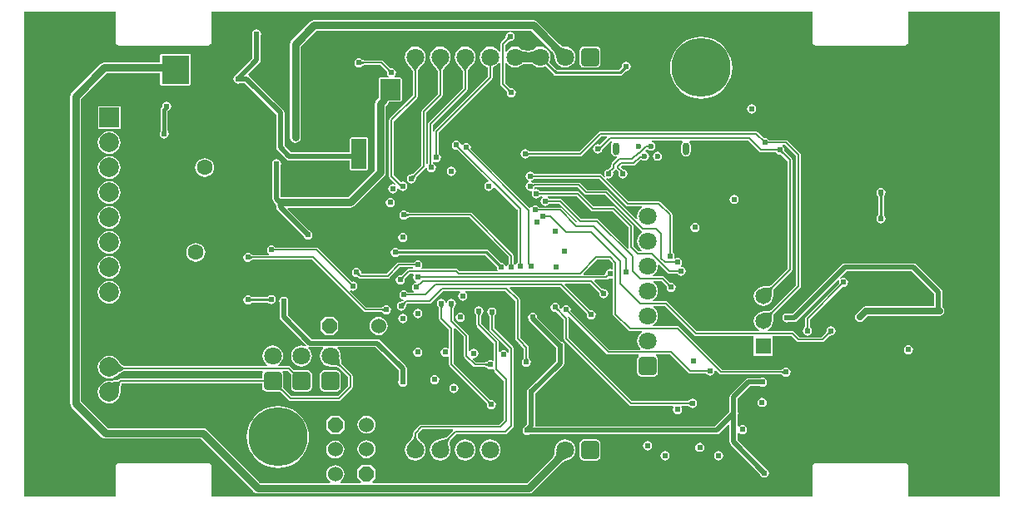
<source format=gbl>
G04*
G04 #@! TF.GenerationSoftware,Altium Limited,Altium Designer,20.0.2 (26)*
G04*
G04 Layer_Physical_Order=4*
G04 Layer_Color=16711680*
%FSLAX25Y25*%
%MOIN*%
G70*
G01*
G75*
%ADD14C,0.01000*%
%ADD118C,0.00700*%
%ADD119C,0.01500*%
%ADD120C,0.02000*%
%ADD121C,0.04000*%
%ADD122C,0.03000*%
%ADD124C,0.02500*%
%ADD127R,0.11000X0.11500*%
%ADD129C,0.02362*%
%ADD130O,0.02559X0.05118*%
%ADD131C,0.23622*%
%ADD132C,0.07874*%
%ADD133R,0.07874X0.07874*%
%ADD134C,0.06299*%
G04:AMPARAMS|DCode=135|XSize=70.87mil|YSize=70.87mil|CornerRadius=8.86mil|HoleSize=0mil|Usage=FLASHONLY|Rotation=90.000|XOffset=0mil|YOffset=0mil|HoleType=Round|Shape=RoundedRectangle|*
%AMROUNDEDRECTD135*
21,1,0.07087,0.05315,0,0,90.0*
21,1,0.05315,0.07087,0,0,90.0*
1,1,0.01772,0.02657,0.02657*
1,1,0.01772,0.02657,-0.02657*
1,1,0.01772,-0.02657,-0.02657*
1,1,0.01772,-0.02657,0.02657*
%
%ADD135ROUNDEDRECTD135*%
%ADD136C,0.07087*%
%ADD137C,0.06000*%
%ADD138P,0.06494X8X112.5*%
%ADD139C,0.06496*%
%ADD140R,0.06496X0.06496*%
%ADD141P,0.06494X8X22.5*%
G04:AMPARAMS|DCode=142|XSize=70.87mil|YSize=70.87mil|CornerRadius=8.86mil|HoleSize=0mil|Usage=FLASHONLY|Rotation=180.000|XOffset=0mil|YOffset=0mil|HoleType=Round|Shape=RoundedRectangle|*
%AMROUNDEDRECTD142*
21,1,0.07087,0.05315,0,0,180.0*
21,1,0.05315,0.07087,0,0,180.0*
1,1,0.01772,-0.02657,0.02657*
1,1,0.01772,0.02657,0.02657*
1,1,0.01772,0.02657,-0.02657*
1,1,0.01772,-0.02657,-0.02657*
%
%ADD142ROUNDEDRECTD142*%
%ADD143C,0.02402*%
%ADD144C,0.02400*%
%ADD145R,0.08000X0.08500*%
%ADD146R,0.06000X0.12000*%
G36*
X392172Y-195971D02*
X355529D01*
Y-184000D01*
X355413Y-183415D01*
X355081Y-182919D01*
X354585Y-182587D01*
X354000Y-182471D01*
X318500D01*
X317915Y-182587D01*
X317419Y-182919D01*
X317087Y-183415D01*
X316971Y-184000D01*
Y-195971D01*
X76529D01*
Y-184000D01*
X76413Y-183415D01*
X76081Y-182919D01*
X75585Y-182587D01*
X75000Y-182471D01*
X39500D01*
X38915Y-182587D01*
X38419Y-182919D01*
X38087Y-183415D01*
X37971Y-184000D01*
Y-195971D01*
X1529D01*
Y-1529D01*
X37971D01*
Y-13500D01*
X38087Y-14085D01*
X38419Y-14581D01*
X38915Y-14913D01*
X39500Y-15029D01*
X75000D01*
X75585Y-14913D01*
X76081Y-14581D01*
X76413Y-14085D01*
X76529Y-13500D01*
Y-1529D01*
X316971D01*
Y-13500D01*
X317087Y-14085D01*
X317419Y-14581D01*
X317915Y-14913D01*
X318500Y-15029D01*
X354000D01*
X354585Y-14913D01*
X355081Y-14581D01*
X355413Y-14085D01*
X355529Y-13500D01*
Y-1529D01*
X392172D01*
Y-195971D01*
D02*
G37*
%LPC*%
G36*
X196000Y-9664D02*
X195297Y-9804D01*
X194702Y-10202D01*
X194304Y-10797D01*
X194176Y-11441D01*
X194150Y-11500D01*
X194148Y-11615D01*
X194141Y-11702D01*
X194130Y-11779D01*
X194115Y-11848D01*
X194097Y-11908D01*
X194076Y-11959D01*
X194053Y-12005D01*
X194029Y-12045D01*
X194002Y-12081D01*
X193951Y-12137D01*
X193927Y-12203D01*
X192315Y-13815D01*
X192105Y-14129D01*
X192031Y-14500D01*
Y-17349D01*
X191531Y-17481D01*
X190955Y-16730D01*
X190089Y-16066D01*
X189082Y-15648D01*
X188000Y-15506D01*
X186918Y-15648D01*
X185910Y-16066D01*
X185045Y-16730D01*
X184381Y-17595D01*
X183963Y-18603D01*
X183821Y-19685D01*
X183963Y-20767D01*
X184381Y-21775D01*
X185045Y-22640D01*
X185910Y-23304D01*
X186918Y-23722D01*
X187031Y-23737D01*
Y-27599D01*
X165815Y-48815D01*
X165605Y-49129D01*
X165531Y-49500D01*
Y-57930D01*
X165519Y-57938D01*
X165019Y-57654D01*
Y-46851D01*
X178685Y-33185D01*
X178895Y-32871D01*
X178969Y-32500D01*
Y-25452D01*
X178996Y-25400D01*
X179012Y-25236D01*
X179052Y-25090D01*
X179130Y-24898D01*
X179253Y-24669D01*
X179420Y-24405D01*
X179625Y-24123D01*
X180551Y-23066D01*
X180941Y-22673D01*
X180954Y-22641D01*
X180955Y-22640D01*
X181619Y-21775D01*
X182037Y-20767D01*
X182179Y-19685D01*
X182037Y-18603D01*
X181619Y-17595D01*
X180955Y-16730D01*
X180089Y-16066D01*
X179082Y-15648D01*
X178000Y-15506D01*
X176918Y-15648D01*
X175910Y-16066D01*
X175045Y-16730D01*
X174381Y-17595D01*
X173963Y-18603D01*
X173821Y-19685D01*
X173963Y-20767D01*
X174381Y-21775D01*
X175045Y-22640D01*
X175046Y-22641D01*
X175059Y-22673D01*
X175457Y-23074D01*
X175801Y-23440D01*
X176371Y-24118D01*
X176580Y-24405D01*
X176748Y-24669D01*
X176870Y-24899D01*
X176948Y-25090D01*
X176988Y-25236D01*
X177004Y-25400D01*
X177031Y-25452D01*
Y-32099D01*
X163365Y-45765D01*
X163155Y-46079D01*
X163081Y-46450D01*
Y-62440D01*
X163091Y-62490D01*
Y-62565D01*
X162969Y-62665D01*
X162469Y-62428D01*
Y-41901D01*
X168685Y-35685D01*
X168895Y-35371D01*
X168969Y-35000D01*
Y-25452D01*
X168996Y-25400D01*
X169012Y-25236D01*
X169052Y-25090D01*
X169130Y-24898D01*
X169253Y-24669D01*
X169420Y-24405D01*
X169625Y-24123D01*
X170551Y-23066D01*
X170941Y-22673D01*
X170954Y-22641D01*
X170955Y-22640D01*
X171619Y-21775D01*
X172037Y-20767D01*
X172179Y-19685D01*
X172037Y-18603D01*
X171619Y-17595D01*
X170955Y-16730D01*
X170089Y-16066D01*
X169082Y-15648D01*
X168000Y-15506D01*
X166918Y-15648D01*
X165910Y-16066D01*
X165045Y-16730D01*
X164381Y-17595D01*
X163963Y-18603D01*
X163821Y-19685D01*
X163963Y-20767D01*
X164381Y-21775D01*
X165045Y-22640D01*
X165046Y-22641D01*
X165059Y-22673D01*
X165457Y-23074D01*
X165801Y-23440D01*
X166371Y-24118D01*
X166580Y-24405D01*
X166747Y-24669D01*
X166870Y-24899D01*
X166948Y-25090D01*
X166988Y-25236D01*
X167004Y-25400D01*
X167031Y-25452D01*
Y-34599D01*
X160815Y-40815D01*
X160605Y-41129D01*
X160531Y-41500D01*
Y-63099D01*
X157203Y-66427D01*
X157137Y-66451D01*
X157081Y-66502D01*
X157045Y-66529D01*
X157005Y-66553D01*
X156959Y-66576D01*
X156908Y-66597D01*
X156848Y-66615D01*
X156780Y-66630D01*
X156702Y-66641D01*
X156615Y-66648D01*
X156500Y-66650D01*
X156441Y-66676D01*
X155797Y-66804D01*
X155202Y-67202D01*
X154804Y-67797D01*
X154664Y-68500D01*
X154804Y-69203D01*
X155202Y-69798D01*
X155797Y-70196D01*
X156500Y-70336D01*
X157203Y-70196D01*
X157798Y-69798D01*
X158196Y-69203D01*
X158324Y-68559D01*
X158350Y-68500D01*
X158352Y-68385D01*
X158359Y-68298D01*
X158370Y-68221D01*
X158385Y-68152D01*
X158403Y-68092D01*
X158424Y-68041D01*
X158447Y-67995D01*
X158471Y-67955D01*
X158498Y-67919D01*
X158549Y-67863D01*
X158573Y-67797D01*
X162185Y-64185D01*
X162189Y-64178D01*
X162720Y-64284D01*
X162804Y-64703D01*
X163202Y-65298D01*
X163797Y-65696D01*
X164500Y-65836D01*
X165203Y-65696D01*
X165798Y-65298D01*
X166196Y-64703D01*
X166336Y-64000D01*
X166196Y-63297D01*
X165798Y-62702D01*
X165203Y-62304D01*
X165019Y-62267D01*
Y-61777D01*
X165519Y-61510D01*
X165797Y-61696D01*
X166500Y-61836D01*
X167203Y-61696D01*
X167798Y-61298D01*
X168196Y-60703D01*
X168336Y-60000D01*
X168196Y-59297D01*
X167798Y-58702D01*
X167469Y-58481D01*
Y-49901D01*
X188685Y-28685D01*
X188895Y-28371D01*
X188969Y-28000D01*
Y-23737D01*
X189082Y-23722D01*
X190089Y-23304D01*
X190955Y-22640D01*
X191531Y-21889D01*
X192031Y-22021D01*
Y-30500D01*
X192105Y-30871D01*
X192315Y-31185D01*
X194427Y-33297D01*
X194451Y-33363D01*
X194502Y-33419D01*
X194529Y-33455D01*
X194553Y-33495D01*
X194576Y-33540D01*
X194597Y-33592D01*
X194615Y-33652D01*
X194630Y-33720D01*
X194641Y-33798D01*
X194648Y-33885D01*
X194650Y-34000D01*
X194676Y-34059D01*
X194804Y-34703D01*
X195202Y-35298D01*
X195797Y-35696D01*
X196500Y-35836D01*
X197203Y-35696D01*
X197798Y-35298D01*
X198196Y-34703D01*
X198336Y-34000D01*
X198196Y-33297D01*
X197798Y-32702D01*
X197203Y-32304D01*
X196559Y-32176D01*
X196500Y-32150D01*
X196385Y-32148D01*
X196298Y-32141D01*
X196221Y-32130D01*
X196152Y-32115D01*
X196092Y-32097D01*
X196041Y-32076D01*
X195995Y-32054D01*
X195955Y-32029D01*
X195919Y-32002D01*
X195863Y-31951D01*
X195797Y-31927D01*
X193969Y-30099D01*
Y-22021D01*
X194469Y-21889D01*
X195045Y-22640D01*
X195911Y-23304D01*
X196918Y-23722D01*
X198000Y-23864D01*
X199082Y-23722D01*
X200090Y-23304D01*
X200907Y-22677D01*
X200945Y-22665D01*
X201013Y-22609D01*
X201070Y-22576D01*
X201175Y-22532D01*
X201325Y-22486D01*
X201519Y-22443D01*
X201739Y-22408D01*
X202684Y-22339D01*
X202978Y-22335D01*
X203668Y-22353D01*
X204255Y-22407D01*
X204481Y-22443D01*
X204675Y-22486D01*
X204825Y-22532D01*
X204930Y-22576D01*
X204987Y-22609D01*
X205055Y-22665D01*
X205093Y-22677D01*
X205910Y-23304D01*
X206918Y-23722D01*
X208000Y-23864D01*
X209082Y-23722D01*
X210050Y-23321D01*
X213522Y-26793D01*
X213522Y-26793D01*
X213886Y-27036D01*
X214315Y-27122D01*
X240000D01*
X240000Y-27122D01*
X240429Y-27036D01*
X240793Y-26793D01*
X242291Y-25295D01*
X242500Y-25336D01*
X243203Y-25196D01*
X243798Y-24798D01*
X244196Y-24203D01*
X244336Y-23500D01*
X244196Y-22797D01*
X243798Y-22202D01*
X243203Y-21804D01*
X242500Y-21664D01*
X241797Y-21804D01*
X241202Y-22202D01*
X240804Y-22797D01*
X240664Y-23500D01*
X240705Y-23708D01*
X239535Y-24879D01*
X214779D01*
X211636Y-21735D01*
X212037Y-20767D01*
X212179Y-19685D01*
X212037Y-18603D01*
X211619Y-17595D01*
X210955Y-16730D01*
X210089Y-16066D01*
X209082Y-15648D01*
X208000Y-15506D01*
X206918Y-15648D01*
X205910Y-16066D01*
X205093Y-16693D01*
X205055Y-16705D01*
X204987Y-16761D01*
X204930Y-16794D01*
X204825Y-16838D01*
X204675Y-16884D01*
X204481Y-16927D01*
X204261Y-16962D01*
X203316Y-17031D01*
X203022Y-17035D01*
X202332Y-17017D01*
X201745Y-16963D01*
X201519Y-16927D01*
X201325Y-16884D01*
X201175Y-16838D01*
X201070Y-16794D01*
X201013Y-16761D01*
X200945Y-16705D01*
X200907Y-16693D01*
X200090Y-16066D01*
X199082Y-15648D01*
X198000Y-15506D01*
X196918Y-15648D01*
X195911Y-16066D01*
X195045Y-16730D01*
X194469Y-17481D01*
X193969Y-17349D01*
Y-14901D01*
X195297Y-13573D01*
X195363Y-13549D01*
X195419Y-13498D01*
X195455Y-13471D01*
X195495Y-13446D01*
X195540Y-13424D01*
X195592Y-13403D01*
X195652Y-13385D01*
X195721Y-13370D01*
X195798Y-13359D01*
X195885Y-13352D01*
X196000Y-13350D01*
X196059Y-13324D01*
X196703Y-13196D01*
X197298Y-12798D01*
X197696Y-12203D01*
X197836Y-11500D01*
X197696Y-10797D01*
X197298Y-10202D01*
X196703Y-9804D01*
X196000Y-9664D01*
D02*
G37*
G36*
X230658Y-15513D02*
X225342D01*
X224763Y-15628D01*
X224271Y-15956D01*
X223943Y-16448D01*
X223828Y-17028D01*
Y-22343D01*
X223943Y-22922D01*
X224271Y-23414D01*
X224763Y-23742D01*
X225342Y-23857D01*
X230658D01*
X231237Y-23742D01*
X231729Y-23414D01*
X232057Y-22922D01*
X232172Y-22343D01*
Y-17028D01*
X232057Y-16448D01*
X231729Y-15956D01*
X231237Y-15628D01*
X230658Y-15513D01*
D02*
G37*
G36*
X205315Y-4859D02*
X117500D01*
X116681Y-5022D01*
X115986Y-5486D01*
X108486Y-12986D01*
X108022Y-13681D01*
X107859Y-14500D01*
Y-52000D01*
X108022Y-52819D01*
X108486Y-53514D01*
X109181Y-53978D01*
X110000Y-54141D01*
X110819Y-53978D01*
X111514Y-53514D01*
X111978Y-52819D01*
X112141Y-52000D01*
Y-15387D01*
X118387Y-9141D01*
X204428D01*
X212687Y-17401D01*
X212695Y-17419D01*
X212929Y-17667D01*
X213125Y-17899D01*
X213294Y-18129D01*
X213437Y-18354D01*
X213555Y-18576D01*
X213649Y-18794D01*
X213721Y-19008D01*
X213770Y-19221D01*
X213799Y-19432D01*
X213808Y-19674D01*
X213824Y-19710D01*
X213963Y-20767D01*
X214381Y-21775D01*
X215045Y-22640D01*
X215911Y-23304D01*
X216918Y-23722D01*
X218000Y-23864D01*
X219082Y-23722D01*
X220090Y-23304D01*
X220955Y-22640D01*
X221619Y-21775D01*
X222037Y-20767D01*
X222179Y-19685D01*
X222037Y-18603D01*
X221619Y-17595D01*
X220955Y-16730D01*
X220090Y-16066D01*
X219082Y-15648D01*
X218025Y-15509D01*
X217989Y-15493D01*
X217747Y-15484D01*
X217536Y-15455D01*
X217323Y-15406D01*
X217109Y-15335D01*
X216891Y-15240D01*
X216669Y-15122D01*
X216443Y-14979D01*
X216214Y-14810D01*
X215982Y-14614D01*
X215734Y-14380D01*
X215716Y-14372D01*
X206829Y-5486D01*
X206134Y-5022D01*
X205315Y-4859D01*
D02*
G37*
G36*
X67500Y-18351D02*
X56500D01*
X56041Y-18541D01*
X55851Y-19000D01*
Y-21859D01*
X33500D01*
X32681Y-22022D01*
X31986Y-22486D01*
X20486Y-33986D01*
X20022Y-34681D01*
X19859Y-35500D01*
Y-158500D01*
X20022Y-159319D01*
X20486Y-160014D01*
X32486Y-172014D01*
X33181Y-172478D01*
X34000Y-172641D01*
X72113D01*
X93486Y-194014D01*
X94181Y-194478D01*
X95000Y-194641D01*
X203500D01*
X204319Y-194478D01*
X205014Y-194014D01*
X216373Y-182655D01*
X216390Y-182649D01*
X216892Y-182190D01*
X217119Y-182010D01*
X217349Y-181848D01*
X217576Y-181707D01*
X217799Y-181588D01*
X218019Y-181489D01*
X218234Y-181409D01*
X218447Y-181349D01*
X218683Y-181302D01*
X218770Y-181243D01*
X219082Y-181202D01*
X220090Y-180784D01*
X220955Y-180120D01*
X221619Y-179255D01*
X222037Y-178247D01*
X222179Y-177165D01*
X222037Y-176084D01*
X221619Y-175076D01*
X220955Y-174210D01*
X220090Y-173546D01*
X219082Y-173129D01*
X218000Y-172986D01*
X216918Y-173129D01*
X215911Y-173546D01*
X215045Y-174210D01*
X214381Y-175076D01*
X213963Y-176084D01*
X213821Y-177165D01*
X213899Y-177757D01*
X213867Y-177868D01*
X213895Y-178098D01*
X213896Y-178289D01*
X213874Y-178481D01*
X213829Y-178677D01*
X213759Y-178878D01*
X213662Y-179087D01*
X213536Y-179302D01*
X213380Y-179525D01*
X213192Y-179754D01*
X212959Y-180002D01*
X212952Y-180020D01*
X202613Y-190359D01*
X140941D01*
X140734Y-189859D01*
X142100Y-188493D01*
Y-184892D01*
X140300Y-183092D01*
X136700D01*
X134900Y-184892D01*
Y-188493D01*
X136266Y-189859D01*
X136059Y-190359D01*
X128152D01*
X127983Y-189859D01*
X128568Y-189410D01*
X129145Y-188658D01*
X129507Y-187782D01*
X129631Y-186843D01*
X129507Y-185903D01*
X129145Y-185027D01*
X128568Y-184275D01*
X127815Y-183698D01*
X126940Y-183335D01*
X126000Y-183212D01*
X125060Y-183335D01*
X124185Y-183698D01*
X123432Y-184275D01*
X122855Y-185027D01*
X122493Y-185903D01*
X122369Y-186843D01*
X122493Y-187782D01*
X122855Y-188658D01*
X123432Y-189410D01*
X124017Y-189859D01*
X123848Y-190359D01*
X95887D01*
X74514Y-168986D01*
X73819Y-168522D01*
X73000Y-168359D01*
X34887D01*
X24141Y-157613D01*
Y-36387D01*
X34387Y-26141D01*
X55851D01*
Y-30500D01*
X56041Y-30959D01*
X56500Y-31149D01*
X67500D01*
X67959Y-30959D01*
X68149Y-30500D01*
Y-19000D01*
X67959Y-18541D01*
X67500Y-18351D01*
D02*
G37*
G36*
X272500Y-11551D02*
X270552Y-11704D01*
X268653Y-12160D01*
X266848Y-12908D01*
X265182Y-13928D01*
X263697Y-15197D01*
X262428Y-16682D01*
X261407Y-18348D01*
X260660Y-20153D01*
X260204Y-22052D01*
X260051Y-24000D01*
X260204Y-25947D01*
X260660Y-27847D01*
X261407Y-29652D01*
X262428Y-31318D01*
X263697Y-32803D01*
X265182Y-34072D01*
X266848Y-35092D01*
X268653Y-35840D01*
X270552Y-36296D01*
X272500Y-36449D01*
X274447Y-36296D01*
X276347Y-35840D01*
X278152Y-35092D01*
X279818Y-34072D01*
X281303Y-32803D01*
X282572Y-31318D01*
X283593Y-29652D01*
X284340Y-27847D01*
X284796Y-25947D01*
X284949Y-24000D01*
X284796Y-22052D01*
X284340Y-20153D01*
X283593Y-18348D01*
X282572Y-16682D01*
X281303Y-15197D01*
X279818Y-13928D01*
X278152Y-12908D01*
X276347Y-12160D01*
X274447Y-11704D01*
X272500Y-11551D01*
D02*
G37*
G36*
X292673Y-38664D02*
X291971Y-38804D01*
X291375Y-39202D01*
X290977Y-39797D01*
X290837Y-40500D01*
X290977Y-41203D01*
X291375Y-41798D01*
X291971Y-42196D01*
X292673Y-42336D01*
X293376Y-42196D01*
X293971Y-41798D01*
X294370Y-41203D01*
X294509Y-40500D01*
X294370Y-39797D01*
X293971Y-39202D01*
X293376Y-38804D01*
X292673Y-38664D01*
D02*
G37*
G36*
X40037Y-39463D02*
X30963D01*
Y-48537D01*
X40037D01*
Y-39463D01*
D02*
G37*
G36*
X58500Y-37664D02*
X57797Y-37804D01*
X57202Y-38202D01*
X56804Y-38797D01*
X56664Y-39500D01*
X56686Y-39611D01*
X56527Y-39771D01*
X56228Y-40217D01*
X56124Y-40744D01*
Y-48776D01*
X56101Y-48827D01*
X56093Y-49180D01*
X56081Y-49329D01*
X56076Y-49367D01*
X56073Y-49385D01*
X56068Y-49402D01*
X55804Y-49797D01*
X55664Y-50500D01*
X55804Y-51203D01*
X56202Y-51798D01*
X56797Y-52196D01*
X57500Y-52336D01*
X58203Y-52196D01*
X58798Y-51798D01*
X59196Y-51203D01*
X59336Y-50500D01*
X59196Y-49797D01*
X58932Y-49402D01*
X58928Y-49388D01*
X58900Y-48955D01*
X58899Y-48837D01*
X58876Y-48783D01*
Y-41314D01*
X58943Y-41248D01*
X59203Y-41196D01*
X59798Y-40798D01*
X60196Y-40203D01*
X60336Y-39500D01*
X60196Y-38797D01*
X59798Y-38202D01*
X59203Y-37804D01*
X58500Y-37664D01*
D02*
G37*
G36*
X35500Y-49424D02*
X34316Y-49580D01*
X33212Y-50037D01*
X32264Y-50764D01*
X31537Y-51712D01*
X31080Y-52816D01*
X30924Y-54000D01*
X31080Y-55184D01*
X31537Y-56288D01*
X32264Y-57236D01*
X33212Y-57963D01*
X34316Y-58420D01*
X35500Y-58576D01*
X36684Y-58420D01*
X37788Y-57963D01*
X38736Y-57236D01*
X39463Y-56288D01*
X39920Y-55184D01*
X40076Y-54000D01*
X39920Y-52816D01*
X39463Y-51712D01*
X38736Y-50764D01*
X37788Y-50037D01*
X36684Y-49580D01*
X35500Y-49424D01*
D02*
G37*
G36*
X94500Y-8664D02*
X93797Y-8804D01*
X93202Y-9202D01*
X92804Y-9797D01*
X92664Y-10500D01*
X92804Y-11203D01*
X92869Y-11300D01*
Y-20324D01*
X86412Y-26781D01*
X86297Y-26804D01*
X85702Y-27202D01*
X85304Y-27797D01*
X85164Y-28500D01*
X85304Y-29203D01*
X85702Y-29798D01*
X86297Y-30196D01*
X87000Y-30336D01*
X87703Y-30196D01*
X87800Y-30131D01*
X89824D01*
X102369Y-42676D01*
Y-56000D01*
X102493Y-56624D01*
X102847Y-57153D01*
X106346Y-60654D01*
X106876Y-61007D01*
X107500Y-61131D01*
X131851D01*
Y-64500D01*
X132041Y-64959D01*
X132500Y-65149D01*
X138500D01*
X138959Y-64959D01*
X139149Y-64500D01*
Y-52500D01*
X138959Y-52041D01*
X138500Y-51851D01*
X132500D01*
X132041Y-52041D01*
X131851Y-52500D01*
Y-57869D01*
X108176D01*
X105631Y-55324D01*
Y-42000D01*
X105507Y-41376D01*
X105154Y-40846D01*
X91654Y-27347D01*
X91362Y-27152D01*
X91259Y-26548D01*
X95653Y-22154D01*
X96007Y-21624D01*
X96131Y-21000D01*
Y-11300D01*
X96196Y-11203D01*
X96336Y-10500D01*
X96196Y-9797D01*
X95798Y-9202D01*
X95203Y-8804D01*
X94500Y-8664D01*
D02*
G37*
G36*
X172500Y-63664D02*
X171797Y-63804D01*
X171202Y-64202D01*
X170804Y-64797D01*
X170664Y-65500D01*
X170804Y-66203D01*
X171202Y-66798D01*
X171797Y-67196D01*
X172500Y-67336D01*
X173203Y-67196D01*
X173798Y-66798D01*
X174196Y-66203D01*
X174336Y-65500D01*
X174196Y-64797D01*
X173798Y-64202D01*
X173203Y-63804D01*
X172500Y-63664D01*
D02*
G37*
G36*
X294500Y-49531D02*
X232000D01*
X231629Y-49605D01*
X231315Y-49815D01*
X223599Y-57531D01*
X203963D01*
X203899Y-57501D01*
X203824Y-57498D01*
X203779Y-57491D01*
X203733Y-57481D01*
X203685Y-57464D01*
X203634Y-57442D01*
X203579Y-57413D01*
X203520Y-57375D01*
X203457Y-57328D01*
X203391Y-57271D01*
X203308Y-57192D01*
X203248Y-57168D01*
X202703Y-56804D01*
X202000Y-56664D01*
X201297Y-56804D01*
X200702Y-57202D01*
X200304Y-57797D01*
X200164Y-58500D01*
X200304Y-59203D01*
X200702Y-59798D01*
X201297Y-60196D01*
X202000Y-60336D01*
X202703Y-60196D01*
X203248Y-59832D01*
X203308Y-59808D01*
X203391Y-59728D01*
X203457Y-59672D01*
X203520Y-59625D01*
X203579Y-59587D01*
X203634Y-59558D01*
X203685Y-59535D01*
X203733Y-59519D01*
X203779Y-59509D01*
X203824Y-59502D01*
X203899Y-59499D01*
X203963Y-59469D01*
X224000D01*
X224371Y-59395D01*
X224685Y-59185D01*
X232401Y-51469D01*
X234695D01*
X234902Y-51969D01*
X232102Y-54768D01*
X232036Y-54792D01*
X231979Y-54844D01*
X231953Y-54862D01*
X231938Y-54871D01*
X231930Y-54874D01*
X231928Y-54874D01*
X231925Y-54875D01*
X231916Y-54874D01*
X231897Y-54871D01*
X231866Y-54861D01*
X231795Y-54830D01*
X231740Y-54829D01*
X231703Y-54804D01*
X231000Y-54664D01*
X230297Y-54804D01*
X229702Y-55202D01*
X229304Y-55797D01*
X229164Y-56500D01*
X229304Y-57203D01*
X229702Y-57798D01*
X230297Y-58196D01*
X231000Y-58336D01*
X231703Y-58196D01*
X232298Y-57798D01*
X232601Y-57345D01*
X232680Y-57274D01*
X232790Y-57046D01*
X232891Y-56861D01*
X232993Y-56700D01*
X233033Y-56645D01*
X233132Y-56524D01*
X233181Y-56472D01*
X233208Y-56402D01*
X233279Y-56331D01*
X233286Y-56325D01*
X233286Y-56324D01*
X236284Y-53326D01*
X236693Y-53370D01*
X236882Y-53837D01*
X236537Y-54353D01*
X236391Y-55087D01*
Y-57646D01*
X236537Y-58379D01*
X236952Y-59001D01*
X237574Y-59416D01*
X238307Y-59562D01*
X238688Y-59486D01*
X238731Y-59540D01*
X238902Y-59953D01*
X236815Y-62041D01*
X236605Y-62355D01*
X236531Y-62725D01*
Y-63608D01*
X235457Y-64682D01*
X234847Y-64804D01*
X234252Y-65202D01*
X233854Y-65797D01*
X233714Y-66500D01*
X233854Y-67203D01*
X234003Y-67426D01*
X233615Y-67745D01*
X232685Y-66815D01*
X232371Y-66605D01*
X232000Y-66531D01*
X205519D01*
X205298Y-66202D01*
X204703Y-65804D01*
X204000Y-65664D01*
X203297Y-65804D01*
X202702Y-66202D01*
X202304Y-66797D01*
X202164Y-67500D01*
X202304Y-68203D01*
X202702Y-68798D01*
X203297Y-69196D01*
X203543Y-69245D01*
Y-69755D01*
X203297Y-69804D01*
X202702Y-70202D01*
X202304Y-70797D01*
X202164Y-71500D01*
X202304Y-72203D01*
X202702Y-72798D01*
X203297Y-73196D01*
X204000Y-73336D01*
X204589Y-73219D01*
X204861Y-73509D01*
X204919Y-73624D01*
X204804Y-73797D01*
X204664Y-74500D01*
X204804Y-75203D01*
X205202Y-75798D01*
X205797Y-76196D01*
X206500Y-76336D01*
X207203Y-76196D01*
X207798Y-75798D01*
X208019Y-75469D01*
X208899D01*
X209051Y-75969D01*
X208702Y-76202D01*
X208304Y-76797D01*
X208164Y-77500D01*
X208304Y-78203D01*
X208702Y-78798D01*
X209297Y-79196D01*
X210000Y-79336D01*
X210703Y-79196D01*
X211298Y-78798D01*
X211519Y-78469D01*
X215599D01*
X222765Y-85635D01*
X222601Y-86177D01*
X222556Y-86186D01*
X216685Y-80315D01*
X216371Y-80105D01*
X216000Y-80031D01*
X207519D01*
X207298Y-79702D01*
X206703Y-79304D01*
X206000Y-79164D01*
X205297Y-79304D01*
X204702Y-79702D01*
X204532Y-79955D01*
X203889Y-80019D01*
X180259Y-56389D01*
X180336Y-56000D01*
X180196Y-55297D01*
X179798Y-54702D01*
X179203Y-54304D01*
X178500Y-54164D01*
X177797Y-54304D01*
X177202Y-54702D01*
X177040Y-54944D01*
X176393Y-55046D01*
X176385Y-55041D01*
X176352Y-55014D01*
X176329Y-54962D01*
X176196Y-54297D01*
X175798Y-53702D01*
X175203Y-53304D01*
X174500Y-53164D01*
X173797Y-53304D01*
X173202Y-53702D01*
X172804Y-54297D01*
X172664Y-55000D01*
X172804Y-55703D01*
X173202Y-56298D01*
X173797Y-56696D01*
X174500Y-56836D01*
X174854Y-56766D01*
X187285Y-69197D01*
X187121Y-69739D01*
X186797Y-69804D01*
X186202Y-70202D01*
X185804Y-70797D01*
X185664Y-71500D01*
X185804Y-72203D01*
X186202Y-72798D01*
X186797Y-73196D01*
X187500Y-73336D01*
X188203Y-73196D01*
X188798Y-72798D01*
X189196Y-72203D01*
X189261Y-71879D01*
X189803Y-71715D01*
X198773Y-80685D01*
X199031Y-80857D01*
Y-101981D01*
X198702Y-102202D01*
X198384Y-102678D01*
X197966Y-102743D01*
X197810Y-102719D01*
X197798Y-102702D01*
X197469Y-102481D01*
Y-99500D01*
X197395Y-99129D01*
X197185Y-98815D01*
X180685Y-82315D01*
X180371Y-82105D01*
X180000Y-82031D01*
X155463D01*
X155399Y-82001D01*
X155324Y-81998D01*
X155279Y-81991D01*
X155233Y-81981D01*
X155185Y-81964D01*
X155134Y-81942D01*
X155079Y-81913D01*
X155020Y-81875D01*
X154957Y-81828D01*
X154891Y-81771D01*
X154808Y-81692D01*
X154748Y-81668D01*
X154203Y-81304D01*
X153500Y-81164D01*
X152797Y-81304D01*
X152202Y-81702D01*
X151804Y-82297D01*
X151664Y-83000D01*
X151804Y-83703D01*
X152202Y-84298D01*
X152797Y-84696D01*
X153500Y-84836D01*
X154203Y-84696D01*
X154748Y-84332D01*
X154808Y-84308D01*
X154891Y-84228D01*
X154957Y-84172D01*
X155020Y-84125D01*
X155079Y-84087D01*
X155134Y-84058D01*
X155185Y-84035D01*
X155233Y-84019D01*
X155279Y-84009D01*
X155324Y-84002D01*
X155399Y-83999D01*
X155463Y-83969D01*
X179599D01*
X195531Y-99901D01*
Y-102481D01*
X195202Y-102702D01*
X194804Y-103297D01*
X194755Y-103543D01*
X194245D01*
X194196Y-103297D01*
X193798Y-102702D01*
X193203Y-102304D01*
X192500Y-102164D01*
X192291Y-102205D01*
X187293Y-97207D01*
X186929Y-96964D01*
X186500Y-96878D01*
X186500Y-96878D01*
X151892D01*
X151830Y-96851D01*
X151729Y-96848D01*
X151654Y-96841D01*
X151588Y-96831D01*
X151531Y-96818D01*
X151482Y-96803D01*
X151440Y-96786D01*
X151405Y-96768D01*
X151374Y-96749D01*
X151347Y-96728D01*
X151300Y-96684D01*
X151236Y-96660D01*
X150703Y-96304D01*
X150000Y-96164D01*
X149297Y-96304D01*
X148702Y-96702D01*
X148304Y-97297D01*
X148164Y-98000D01*
X148304Y-98703D01*
X148702Y-99298D01*
X149297Y-99696D01*
X150000Y-99836D01*
X150703Y-99696D01*
X151236Y-99340D01*
X151300Y-99316D01*
X151347Y-99272D01*
X151374Y-99251D01*
X151405Y-99232D01*
X151440Y-99214D01*
X151482Y-99197D01*
X151531Y-99182D01*
X151588Y-99169D01*
X151654Y-99159D01*
X151729Y-99152D01*
X151830Y-99149D01*
X151892Y-99122D01*
X186035D01*
X190705Y-103791D01*
X190664Y-104000D01*
X190804Y-104703D01*
X191023Y-105031D01*
X190756Y-105531D01*
X175901D01*
X175185Y-104815D01*
X174871Y-104605D01*
X174500Y-104531D01*
X160744D01*
X160477Y-104031D01*
X160696Y-103703D01*
X160836Y-103000D01*
X160696Y-102297D01*
X160298Y-101702D01*
X159703Y-101304D01*
X159000Y-101164D01*
X158297Y-101304D01*
X157702Y-101702D01*
X157481Y-102031D01*
X151500D01*
X151129Y-102105D01*
X150815Y-102315D01*
X146599Y-106531D01*
X136463D01*
X136446Y-106505D01*
X136424Y-106459D01*
X136403Y-106408D01*
X136385Y-106348D01*
X136370Y-106280D01*
X136359Y-106202D01*
X136352Y-106115D01*
X136350Y-106000D01*
X136324Y-105941D01*
X136196Y-105297D01*
X135798Y-104702D01*
X135203Y-104304D01*
X134500Y-104164D01*
X133797Y-104304D01*
X133202Y-104702D01*
X132804Y-105297D01*
X132664Y-106000D01*
X132804Y-106703D01*
X133202Y-107298D01*
X133797Y-107696D01*
X134441Y-107824D01*
X134500Y-107850D01*
X134615Y-107852D01*
X134702Y-107859D01*
X134780Y-107870D01*
X134848Y-107885D01*
X134908Y-107903D01*
X134959Y-107924D01*
X135005Y-107947D01*
X135045Y-107971D01*
X135081Y-107998D01*
X135137Y-108049D01*
X135203Y-108073D01*
X135315Y-108185D01*
X135629Y-108395D01*
X136000Y-108469D01*
X147000D01*
X147371Y-108395D01*
X147685Y-108185D01*
X151901Y-103969D01*
X156990D01*
X157028Y-104031D01*
X156744Y-104531D01*
X155500D01*
X155129Y-104605D01*
X154815Y-104815D01*
X152703Y-106927D01*
X152637Y-106951D01*
X152581Y-107002D01*
X152545Y-107029D01*
X152505Y-107053D01*
X152460Y-107076D01*
X152408Y-107097D01*
X152348Y-107115D01*
X152279Y-107130D01*
X152202Y-107141D01*
X152115Y-107148D01*
X152000Y-107150D01*
X151941Y-107176D01*
X151297Y-107304D01*
X150702Y-107702D01*
X150304Y-108297D01*
X150164Y-109000D01*
X150304Y-109703D01*
X150702Y-110298D01*
X151297Y-110696D01*
X152000Y-110836D01*
X152703Y-110696D01*
X153298Y-110298D01*
X153696Y-109703D01*
X153824Y-109059D01*
X153850Y-109000D01*
X153852Y-108885D01*
X153859Y-108798D01*
X153870Y-108721D01*
X153885Y-108652D01*
X153903Y-108592D01*
X153924Y-108541D01*
X153946Y-108495D01*
X153971Y-108455D01*
X153998Y-108419D01*
X154049Y-108363D01*
X154073Y-108297D01*
X155901Y-106469D01*
X157256D01*
X157523Y-106969D01*
X157304Y-107297D01*
X157164Y-108000D01*
X157304Y-108703D01*
X157702Y-109298D01*
X158295Y-109695D01*
X158297Y-109705D01*
X158293Y-110205D01*
X157797Y-110304D01*
X157202Y-110702D01*
X156804Y-111297D01*
X156664Y-112000D01*
X156804Y-112703D01*
X157202Y-113298D01*
X157551Y-113531D01*
X157399Y-114031D01*
X155019D01*
X154798Y-113702D01*
X154203Y-113304D01*
X153500Y-113164D01*
X152797Y-113304D01*
X152202Y-113702D01*
X151804Y-114297D01*
X151664Y-115000D01*
X151804Y-115703D01*
X152202Y-116298D01*
X152797Y-116696D01*
X153156Y-116768D01*
X153320Y-117310D01*
X153203Y-117427D01*
X153137Y-117451D01*
X153081Y-117502D01*
X153045Y-117529D01*
X153005Y-117553D01*
X152960Y-117576D01*
X152908Y-117597D01*
X152848Y-117615D01*
X152779Y-117630D01*
X152702Y-117641D01*
X152615Y-117648D01*
X152500Y-117650D01*
X152441Y-117676D01*
X151797Y-117804D01*
X151202Y-118202D01*
X150804Y-118797D01*
X150664Y-119500D01*
X150804Y-120203D01*
X151202Y-120798D01*
X151797Y-121196D01*
X152500Y-121336D01*
X153203Y-121196D01*
X153798Y-120798D01*
X154196Y-120203D01*
X154324Y-119559D01*
X154350Y-119500D01*
X154352Y-119385D01*
X154359Y-119298D01*
X154370Y-119220D01*
X154385Y-119152D01*
X154403Y-119092D01*
X154424Y-119041D01*
X154446Y-118995D01*
X154471Y-118955D01*
X154498Y-118919D01*
X154549Y-118863D01*
X154573Y-118797D01*
X154951Y-118419D01*
X163712D01*
X164082Y-118345D01*
X164396Y-118135D01*
X169063Y-113469D01*
X175899D01*
X176051Y-113969D01*
X175702Y-114202D01*
X175304Y-114797D01*
X175164Y-115500D01*
X175304Y-116203D01*
X175702Y-116798D01*
X176297Y-117196D01*
X177000Y-117336D01*
X177703Y-117196D01*
X178298Y-116798D01*
X178696Y-116203D01*
X178836Y-115500D01*
X178696Y-114797D01*
X178298Y-114202D01*
X177949Y-113969D01*
X178101Y-113469D01*
X194099D01*
X198031Y-117401D01*
Y-132600D01*
X198105Y-132971D01*
X198315Y-133285D01*
X199265Y-134235D01*
X199460Y-134365D01*
X201531Y-136436D01*
Y-140037D01*
X201501Y-140101D01*
X201498Y-140176D01*
X201491Y-140221D01*
X201481Y-140267D01*
X201465Y-140315D01*
X201442Y-140366D01*
X201413Y-140421D01*
X201375Y-140480D01*
X201328Y-140543D01*
X201272Y-140609D01*
X201192Y-140692D01*
X201168Y-140752D01*
X200804Y-141297D01*
X200664Y-142000D01*
X200804Y-142703D01*
X201202Y-143298D01*
X201797Y-143696D01*
X202500Y-143836D01*
X203203Y-143696D01*
X203798Y-143298D01*
X204196Y-142703D01*
X204336Y-142000D01*
X204196Y-141297D01*
X203832Y-140752D01*
X203808Y-140692D01*
X203728Y-140609D01*
X203672Y-140543D01*
X203625Y-140480D01*
X203587Y-140421D01*
X203558Y-140366D01*
X203535Y-140315D01*
X203519Y-140267D01*
X203508Y-140221D01*
X203502Y-140176D01*
X203499Y-140101D01*
X203469Y-140037D01*
Y-136035D01*
X203395Y-135664D01*
X203185Y-135350D01*
X200700Y-132865D01*
X200504Y-132735D01*
X199969Y-132199D01*
Y-117000D01*
X199895Y-116629D01*
X199685Y-116315D01*
X195800Y-112431D01*
X195992Y-111969D01*
X216099D01*
X226427Y-122297D01*
X226451Y-122363D01*
X226502Y-122419D01*
X226529Y-122455D01*
X226554Y-122495D01*
X226576Y-122540D01*
X226597Y-122592D01*
X226615Y-122652D01*
X226630Y-122721D01*
X226641Y-122798D01*
X226648Y-122885D01*
X226650Y-123000D01*
X226676Y-123059D01*
X226804Y-123703D01*
X227202Y-124298D01*
X227797Y-124696D01*
X228500Y-124836D01*
X229203Y-124696D01*
X229798Y-124298D01*
X230196Y-123703D01*
X230336Y-123000D01*
X230196Y-122297D01*
X229798Y-121702D01*
X229203Y-121304D01*
X228559Y-121176D01*
X228500Y-121150D01*
X228385Y-121148D01*
X228298Y-121141D01*
X228221Y-121130D01*
X228152Y-121115D01*
X228092Y-121097D01*
X228041Y-121076D01*
X227995Y-121054D01*
X227955Y-121029D01*
X227919Y-121002D01*
X227863Y-120951D01*
X227797Y-120927D01*
X217800Y-110931D01*
X217992Y-110469D01*
X228099D01*
X231427Y-113797D01*
X231451Y-113863D01*
X231502Y-113919D01*
X231529Y-113955D01*
X231554Y-113995D01*
X231576Y-114041D01*
X231597Y-114092D01*
X231615Y-114152D01*
X231630Y-114220D01*
X231641Y-114298D01*
X231648Y-114385D01*
X231650Y-114500D01*
X231676Y-114559D01*
X231804Y-115203D01*
X232202Y-115798D01*
X232797Y-116196D01*
X233500Y-116336D01*
X234203Y-116196D01*
X234798Y-115798D01*
X235196Y-115203D01*
X235336Y-114500D01*
X235196Y-113797D01*
X234798Y-113202D01*
X234203Y-112804D01*
X233559Y-112676D01*
X233500Y-112650D01*
X233385Y-112648D01*
X233298Y-112641D01*
X233221Y-112630D01*
X233152Y-112615D01*
X233092Y-112597D01*
X233040Y-112576D01*
X232995Y-112554D01*
X232955Y-112529D01*
X232919Y-112502D01*
X232863Y-112451D01*
X232797Y-112427D01*
X229800Y-109431D01*
X229992Y-108969D01*
X234500D01*
X234871Y-108895D01*
X235185Y-108685D01*
X235611Y-108259D01*
X236000Y-108336D01*
X236703Y-108196D01*
X236790Y-108138D01*
X237231Y-108373D01*
Y-122700D01*
X237305Y-123071D01*
X237515Y-123385D01*
X243315Y-129185D01*
X243629Y-129395D01*
X244000Y-129469D01*
X248664D01*
X248796Y-129969D01*
X248045Y-130545D01*
X247381Y-131411D01*
X246963Y-132418D01*
X246821Y-133500D01*
X246963Y-134582D01*
X247381Y-135590D01*
X248045Y-136455D01*
X248179Y-136558D01*
X248018Y-137031D01*
X235901D01*
X220259Y-121389D01*
X220336Y-121000D01*
X220196Y-120297D01*
X219798Y-119702D01*
X219203Y-119304D01*
X218500Y-119164D01*
X217797Y-119304D01*
X217202Y-119702D01*
X216804Y-120297D01*
X216733Y-120656D01*
X216190Y-120820D01*
X216073Y-120703D01*
X216049Y-120637D01*
X215998Y-120581D01*
X215971Y-120545D01*
X215947Y-120505D01*
X215924Y-120459D01*
X215903Y-120408D01*
X215885Y-120348D01*
X215870Y-120280D01*
X215859Y-120202D01*
X215852Y-120115D01*
X215850Y-120000D01*
X215824Y-119941D01*
X215696Y-119297D01*
X215298Y-118702D01*
X214703Y-118304D01*
X214000Y-118164D01*
X213297Y-118304D01*
X212702Y-118702D01*
X212304Y-119297D01*
X212164Y-120000D01*
X212304Y-120703D01*
X212702Y-121298D01*
X213297Y-121696D01*
X213941Y-121824D01*
X214000Y-121850D01*
X214115Y-121852D01*
X214202Y-121859D01*
X214280Y-121870D01*
X214348Y-121885D01*
X214408Y-121903D01*
X214459Y-121924D01*
X214505Y-121947D01*
X214545Y-121971D01*
X214581Y-121998D01*
X214637Y-122049D01*
X214703Y-122073D01*
X217531Y-124901D01*
Y-132500D01*
X217605Y-132871D01*
X217815Y-133185D01*
X243815Y-159185D01*
X244129Y-159395D01*
X244500Y-159469D01*
X261256D01*
X261523Y-159969D01*
X261304Y-160297D01*
X261164Y-161000D01*
X261304Y-161703D01*
X261702Y-162298D01*
X262297Y-162696D01*
X263000Y-162836D01*
X263703Y-162696D01*
X264298Y-162298D01*
X264696Y-161703D01*
X264836Y-161000D01*
X264696Y-160297D01*
X264477Y-159969D01*
X264744Y-159469D01*
X267037D01*
X267101Y-159499D01*
X267176Y-159502D01*
X267221Y-159509D01*
X267267Y-159519D01*
X267315Y-159535D01*
X267366Y-159558D01*
X267421Y-159587D01*
X267480Y-159625D01*
X267543Y-159672D01*
X267609Y-159729D01*
X267692Y-159808D01*
X267752Y-159832D01*
X268297Y-160196D01*
X269000Y-160336D01*
X269703Y-160196D01*
X270298Y-159798D01*
X270696Y-159203D01*
X270836Y-158500D01*
X270696Y-157797D01*
X270298Y-157202D01*
X269703Y-156804D01*
X269000Y-156664D01*
X268297Y-156804D01*
X267752Y-157168D01*
X267692Y-157192D01*
X267609Y-157272D01*
X267543Y-157328D01*
X267480Y-157375D01*
X267421Y-157413D01*
X267366Y-157442D01*
X267315Y-157465D01*
X267267Y-157481D01*
X267221Y-157492D01*
X267176Y-157498D01*
X267101Y-157501D01*
X267037Y-157531D01*
X244901D01*
X219469Y-132099D01*
Y-124500D01*
X219395Y-124129D01*
X219185Y-123815D01*
X219062Y-123692D01*
X219215Y-123138D01*
X219258Y-123128D01*
X234815Y-138685D01*
X235129Y-138895D01*
X235500Y-138969D01*
X247418D01*
X247471Y-139048D01*
X247338Y-139727D01*
X247271Y-139771D01*
X246943Y-140263D01*
X246828Y-140842D01*
Y-146158D01*
X246943Y-146737D01*
X247271Y-147229D01*
X247763Y-147557D01*
X248342Y-147672D01*
X253658D01*
X254237Y-147557D01*
X254729Y-147229D01*
X255057Y-146737D01*
X255172Y-146158D01*
Y-140842D01*
X255057Y-140263D01*
X254729Y-139771D01*
X254662Y-139727D01*
X254529Y-139048D01*
X254582Y-138969D01*
X260099D01*
X267315Y-146185D01*
X267629Y-146395D01*
X268000Y-146469D01*
X274481D01*
X274702Y-146798D01*
X275297Y-147196D01*
X276000Y-147336D01*
X276703Y-147196D01*
X277298Y-146798D01*
X277696Y-146203D01*
X277836Y-145500D01*
X277815Y-145391D01*
X278275Y-145145D01*
X279815Y-146685D01*
X280129Y-146895D01*
X280500Y-146969D01*
X304537D01*
X304601Y-146999D01*
X304676Y-147002D01*
X304721Y-147009D01*
X304767Y-147019D01*
X304815Y-147035D01*
X304866Y-147058D01*
X304921Y-147087D01*
X304980Y-147125D01*
X305043Y-147172D01*
X305109Y-147229D01*
X305192Y-147308D01*
X305252Y-147332D01*
X305797Y-147696D01*
X306500Y-147836D01*
X307203Y-147696D01*
X307798Y-147298D01*
X308196Y-146703D01*
X308336Y-146000D01*
X308196Y-145297D01*
X307798Y-144702D01*
X307203Y-144304D01*
X306500Y-144164D01*
X305797Y-144304D01*
X305252Y-144668D01*
X305192Y-144692D01*
X305109Y-144772D01*
X305043Y-144828D01*
X304980Y-144875D01*
X304921Y-144913D01*
X304866Y-144942D01*
X304815Y-144965D01*
X304767Y-144981D01*
X304721Y-144992D01*
X304676Y-144998D01*
X304601Y-145001D01*
X304537Y-145031D01*
X280901D01*
X263685Y-127815D01*
X263371Y-127605D01*
X263000Y-127531D01*
X253336D01*
X253204Y-127031D01*
X253955Y-126455D01*
X254619Y-125590D01*
X255037Y-124582D01*
X255179Y-123500D01*
X255037Y-122418D01*
X254619Y-121411D01*
X253955Y-120545D01*
X253204Y-119969D01*
X253336Y-119469D01*
X258099D01*
X269815Y-131185D01*
X270129Y-131395D01*
X270500Y-131469D01*
X293133D01*
X293558Y-131652D01*
X293558Y-131969D01*
Y-139348D01*
X301254D01*
Y-131969D01*
X301254Y-131652D01*
X301678Y-131469D01*
X308599D01*
X310815Y-133685D01*
X311129Y-133895D01*
X311500Y-133969D01*
X321000D01*
X321371Y-133895D01*
X321685Y-133685D01*
X323797Y-131573D01*
X323863Y-131549D01*
X323919Y-131498D01*
X323955Y-131471D01*
X323995Y-131447D01*
X324041Y-131424D01*
X324092Y-131403D01*
X324152Y-131385D01*
X324220Y-131370D01*
X324298Y-131359D01*
X324385Y-131352D01*
X324500Y-131350D01*
X324559Y-131324D01*
X325203Y-131196D01*
X325798Y-130798D01*
X326196Y-130203D01*
X326336Y-129500D01*
X326196Y-128797D01*
X325798Y-128202D01*
X325203Y-127804D01*
X324500Y-127664D01*
X323797Y-127804D01*
X323202Y-128202D01*
X322804Y-128797D01*
X322676Y-129441D01*
X322650Y-129500D01*
X322648Y-129615D01*
X322641Y-129702D01*
X322630Y-129780D01*
X322615Y-129848D01*
X322597Y-129908D01*
X322576Y-129959D01*
X322553Y-130005D01*
X322529Y-130045D01*
X322502Y-130081D01*
X322451Y-130137D01*
X322427Y-130203D01*
X320599Y-132031D01*
X311901D01*
X309685Y-129815D01*
X309371Y-129605D01*
X309000Y-129531D01*
X299035D01*
X298935Y-129031D01*
X299346Y-128861D01*
X300150Y-128244D01*
X300767Y-127441D01*
X301154Y-126505D01*
X301285Y-125512D01*
X301303Y-125470D01*
X301305Y-124961D01*
X301320Y-124510D01*
X301391Y-123715D01*
X301443Y-123401D01*
X301505Y-123128D01*
X301576Y-122905D01*
X301649Y-122735D01*
X301717Y-122618D01*
X301815Y-122500D01*
X301832Y-122443D01*
X312185Y-112090D01*
X312395Y-111776D01*
X312469Y-111406D01*
Y-59000D01*
X312395Y-58629D01*
X312185Y-58315D01*
X307185Y-53315D01*
X306871Y-53105D01*
X306500Y-53031D01*
X299519D01*
X299298Y-52702D01*
X298703Y-52304D01*
X298000Y-52164D01*
X297611Y-52241D01*
X295185Y-49815D01*
X294871Y-49605D01*
X294500Y-49531D01*
D02*
G37*
G36*
X73689Y-60218D02*
X72710Y-60347D01*
X71798Y-60725D01*
X71015Y-61326D01*
X70414Y-62109D01*
X70036Y-63021D01*
X69907Y-64000D01*
X70036Y-64979D01*
X70414Y-65891D01*
X71015Y-66674D01*
X71798Y-67275D01*
X72710Y-67653D01*
X73689Y-67782D01*
X74668Y-67653D01*
X75580Y-67275D01*
X76363Y-66674D01*
X76964Y-65891D01*
X77342Y-64979D01*
X77471Y-64000D01*
X77342Y-63021D01*
X76964Y-62109D01*
X76363Y-61326D01*
X75580Y-60725D01*
X74668Y-60347D01*
X73689Y-60218D01*
D02*
G37*
G36*
X35500Y-59424D02*
X34316Y-59580D01*
X33212Y-60037D01*
X32264Y-60764D01*
X31537Y-61712D01*
X31080Y-62816D01*
X30924Y-64000D01*
X31080Y-65184D01*
X31537Y-66288D01*
X32264Y-67236D01*
X33212Y-67963D01*
X34316Y-68420D01*
X35500Y-68576D01*
X36684Y-68420D01*
X37788Y-67963D01*
X38736Y-67236D01*
X39463Y-66288D01*
X39920Y-65184D01*
X40076Y-64000D01*
X39920Y-62816D01*
X39463Y-61712D01*
X38736Y-60764D01*
X37788Y-60037D01*
X36684Y-59580D01*
X35500Y-59424D01*
D02*
G37*
G36*
X158000Y-15506D02*
X156918Y-15648D01*
X155911Y-16066D01*
X155045Y-16730D01*
X154381Y-17595D01*
X153963Y-18603D01*
X153821Y-19685D01*
X153963Y-20767D01*
X154381Y-21775D01*
X155045Y-22640D01*
X155046Y-22641D01*
X155059Y-22673D01*
X155457Y-23074D01*
X155801Y-23440D01*
X156371Y-24118D01*
X156580Y-24405D01*
X156747Y-24669D01*
X156870Y-24899D01*
X156948Y-25090D01*
X156988Y-25236D01*
X157004Y-25400D01*
X157031Y-25452D01*
Y-35099D01*
X147815Y-44315D01*
X147605Y-44629D01*
X147531Y-45000D01*
Y-67500D01*
X147605Y-67871D01*
X147815Y-68185D01*
X150094Y-70464D01*
X149775Y-70852D01*
X149703Y-70804D01*
X149000Y-70664D01*
X148297Y-70804D01*
X147702Y-71202D01*
X147304Y-71797D01*
X147164Y-72500D01*
X147304Y-73203D01*
X147702Y-73798D01*
X148297Y-74196D01*
X149000Y-74336D01*
X149703Y-74196D01*
X150298Y-73798D01*
X150696Y-73203D01*
X150836Y-72500D01*
X150993Y-72384D01*
X151465Y-72444D01*
X151702Y-72798D01*
X152297Y-73196D01*
X153000Y-73336D01*
X153703Y-73196D01*
X154298Y-72798D01*
X154696Y-72203D01*
X154836Y-71500D01*
X154696Y-70797D01*
X154298Y-70202D01*
X153703Y-69804D01*
X153000Y-69664D01*
X152590Y-69746D01*
X152463Y-69730D01*
X152375Y-69754D01*
X152323Y-69763D01*
X152281Y-69766D01*
X152250Y-69765D01*
X152225Y-69762D01*
X152203Y-69756D01*
X152182Y-69747D01*
X152159Y-69734D01*
X152131Y-69713D01*
X152075Y-69662D01*
X152009Y-69639D01*
X149469Y-67099D01*
Y-45401D01*
X158685Y-36185D01*
X158895Y-35871D01*
X158969Y-35500D01*
Y-25452D01*
X158996Y-25400D01*
X159012Y-25236D01*
X159052Y-25090D01*
X159130Y-24898D01*
X159253Y-24669D01*
X159420Y-24405D01*
X159625Y-24123D01*
X160551Y-23066D01*
X160941Y-22673D01*
X160954Y-22641D01*
X160955Y-22640D01*
X161619Y-21775D01*
X162037Y-20767D01*
X162179Y-19685D01*
X162037Y-18603D01*
X161619Y-17595D01*
X160955Y-16730D01*
X160090Y-16066D01*
X159082Y-15648D01*
X158000Y-15506D01*
D02*
G37*
G36*
X135500Y-20164D02*
X134797Y-20304D01*
X134202Y-20702D01*
X133804Y-21297D01*
X133664Y-22000D01*
X133804Y-22703D01*
X134202Y-23298D01*
X134797Y-23696D01*
X135500Y-23836D01*
X136203Y-23696D01*
X136748Y-23332D01*
X136808Y-23308D01*
X136891Y-23228D01*
X136957Y-23172D01*
X137020Y-23125D01*
X137079Y-23087D01*
X137134Y-23058D01*
X137185Y-23035D01*
X137233Y-23019D01*
X137279Y-23009D01*
X137324Y-23002D01*
X137399Y-22999D01*
X137463Y-22969D01*
X144099D01*
X146427Y-25297D01*
X146451Y-25363D01*
X146502Y-25419D01*
X146529Y-25455D01*
X146554Y-25495D01*
X146576Y-25541D01*
X146597Y-25592D01*
X146615Y-25652D01*
X146630Y-25721D01*
X146641Y-25798D01*
X146648Y-25885D01*
X146650Y-26000D01*
X146676Y-26059D01*
X146804Y-26703D01*
X147202Y-27298D01*
X147280Y-27351D01*
X147128Y-27851D01*
X144000D01*
X143541Y-28041D01*
X143351Y-28500D01*
Y-36121D01*
X142486Y-36986D01*
X142022Y-37681D01*
X141859Y-38500D01*
Y-65113D01*
X131113Y-75859D01*
X104286D01*
X104241Y-75832D01*
X104191Y-75797D01*
X104131Y-75746D01*
Y-63300D01*
X104196Y-63203D01*
X104336Y-62500D01*
X104196Y-61797D01*
X103798Y-61202D01*
X103203Y-60804D01*
X102500Y-60664D01*
X101797Y-60804D01*
X101202Y-61202D01*
X100804Y-61797D01*
X100664Y-62500D01*
X100804Y-63203D01*
X100869Y-63300D01*
Y-76500D01*
X100993Y-77124D01*
X101294Y-77576D01*
X101329Y-77662D01*
X101450Y-77785D01*
X101648Y-78003D01*
X101790Y-78181D01*
X101832Y-78241D01*
X101861Y-78290D01*
X101874Y-78316D01*
X101879Y-78338D01*
X101886Y-78348D01*
X101890Y-78359D01*
X101904Y-78374D01*
X101945Y-78431D01*
X102022Y-78819D01*
X102252Y-79164D01*
X102264Y-79227D01*
X102266Y-79255D01*
X102272Y-79269D01*
X102274Y-79279D01*
X102283Y-79293D01*
X102286Y-79300D01*
X102315Y-79428D01*
X102324Y-79491D01*
X102349Y-79862D01*
X102351Y-80007D01*
X102387Y-80093D01*
X102493Y-80624D01*
X102847Y-81154D01*
X113281Y-91588D01*
X113304Y-91703D01*
X113702Y-92298D01*
X114297Y-92696D01*
X115000Y-92836D01*
X115703Y-92696D01*
X116298Y-92298D01*
X116696Y-91703D01*
X116836Y-91000D01*
X116696Y-90297D01*
X116298Y-89702D01*
X115703Y-89304D01*
X115588Y-89281D01*
X106910Y-80603D01*
X107102Y-80141D01*
X132000D01*
X132819Y-79978D01*
X133514Y-79514D01*
X145514Y-67514D01*
X145978Y-66819D01*
X146141Y-66000D01*
Y-39387D01*
X147014Y-38514D01*
X147478Y-37819D01*
X147512Y-37649D01*
X152000D01*
X152459Y-37459D01*
X152649Y-37000D01*
Y-28500D01*
X152459Y-28041D01*
X152000Y-27851D01*
X149872D01*
X149720Y-27351D01*
X149798Y-27298D01*
X150196Y-26703D01*
X150336Y-26000D01*
X150196Y-25297D01*
X149798Y-24702D01*
X149203Y-24304D01*
X148559Y-24176D01*
X148500Y-24150D01*
X148385Y-24148D01*
X148298Y-24141D01*
X148221Y-24130D01*
X148152Y-24115D01*
X148092Y-24097D01*
X148041Y-24076D01*
X147995Y-24054D01*
X147955Y-24029D01*
X147919Y-24002D01*
X147863Y-23951D01*
X147797Y-23927D01*
X145185Y-21315D01*
X144871Y-21105D01*
X144500Y-21031D01*
X137463D01*
X137399Y-21001D01*
X137324Y-20998D01*
X137279Y-20991D01*
X137233Y-20981D01*
X137185Y-20965D01*
X137134Y-20942D01*
X137079Y-20913D01*
X137020Y-20875D01*
X136957Y-20828D01*
X136891Y-20772D01*
X136808Y-20692D01*
X136748Y-20668D01*
X136203Y-20304D01*
X135500Y-20164D01*
D02*
G37*
G36*
X35500Y-69424D02*
X34316Y-69580D01*
X33212Y-70037D01*
X32264Y-70764D01*
X31537Y-71712D01*
X31080Y-72816D01*
X30924Y-74000D01*
X31080Y-75184D01*
X31537Y-76288D01*
X32264Y-77236D01*
X33212Y-77963D01*
X34316Y-78420D01*
X35500Y-78576D01*
X36684Y-78420D01*
X37788Y-77963D01*
X38736Y-77236D01*
X39463Y-76288D01*
X39920Y-75184D01*
X40076Y-74000D01*
X39920Y-72816D01*
X39463Y-71712D01*
X38736Y-70764D01*
X37788Y-70037D01*
X36684Y-69580D01*
X35500Y-69424D01*
D02*
G37*
G36*
X148000Y-76164D02*
X147297Y-76304D01*
X146702Y-76702D01*
X146304Y-77297D01*
X146164Y-78000D01*
X146304Y-78703D01*
X146702Y-79298D01*
X147297Y-79696D01*
X148000Y-79836D01*
X148703Y-79696D01*
X149298Y-79298D01*
X149696Y-78703D01*
X149836Y-78000D01*
X149696Y-77297D01*
X149298Y-76702D01*
X148703Y-76304D01*
X148000Y-76164D01*
D02*
G37*
G36*
X344500Y-72164D02*
X343797Y-72304D01*
X343202Y-72702D01*
X342804Y-73297D01*
X342664Y-74000D01*
X342804Y-74703D01*
X343160Y-75236D01*
X343184Y-75300D01*
X343228Y-75347D01*
X343249Y-75374D01*
X343268Y-75405D01*
X343286Y-75440D01*
X343303Y-75482D01*
X343318Y-75531D01*
X343331Y-75588D01*
X343341Y-75654D01*
X343348Y-75729D01*
X343351Y-75831D01*
X343378Y-75892D01*
Y-82608D01*
X343351Y-82670D01*
X343348Y-82771D01*
X343341Y-82846D01*
X343331Y-82912D01*
X343318Y-82969D01*
X343303Y-83018D01*
X343286Y-83060D01*
X343268Y-83095D01*
X343249Y-83126D01*
X343228Y-83153D01*
X343184Y-83200D01*
X343160Y-83264D01*
X342804Y-83797D01*
X342664Y-84500D01*
X342804Y-85203D01*
X343202Y-85798D01*
X343797Y-86196D01*
X344500Y-86336D01*
X345203Y-86196D01*
X345798Y-85798D01*
X346196Y-85203D01*
X346336Y-84500D01*
X346196Y-83797D01*
X345840Y-83264D01*
X345816Y-83200D01*
X345772Y-83153D01*
X345751Y-83126D01*
X345732Y-83095D01*
X345714Y-83060D01*
X345697Y-83018D01*
X345682Y-82969D01*
X345669Y-82912D01*
X345659Y-82846D01*
X345652Y-82771D01*
X345649Y-82670D01*
X345621Y-82608D01*
Y-75892D01*
X345649Y-75831D01*
X345652Y-75729D01*
X345659Y-75654D01*
X345669Y-75588D01*
X345682Y-75531D01*
X345697Y-75482D01*
X345714Y-75440D01*
X345732Y-75405D01*
X345751Y-75374D01*
X345772Y-75347D01*
X345816Y-75300D01*
X345840Y-75236D01*
X346196Y-74703D01*
X346336Y-74000D01*
X346196Y-73297D01*
X345798Y-72702D01*
X345203Y-72304D01*
X344500Y-72164D01*
D02*
G37*
G36*
X35500Y-79424D02*
X34316Y-79580D01*
X33212Y-80037D01*
X32264Y-80764D01*
X31537Y-81712D01*
X31080Y-82816D01*
X30924Y-84000D01*
X31080Y-85184D01*
X31537Y-86288D01*
X32264Y-87236D01*
X33212Y-87963D01*
X34316Y-88420D01*
X35500Y-88576D01*
X36684Y-88420D01*
X37788Y-87963D01*
X38736Y-87236D01*
X39463Y-86288D01*
X39920Y-85184D01*
X40076Y-84000D01*
X39920Y-82816D01*
X39463Y-81712D01*
X38736Y-80764D01*
X37788Y-80037D01*
X36684Y-79580D01*
X35500Y-79424D01*
D02*
G37*
G36*
X153000Y-90164D02*
X152297Y-90304D01*
X151702Y-90702D01*
X151304Y-91297D01*
X151164Y-92000D01*
X151304Y-92703D01*
X151702Y-93298D01*
X152297Y-93696D01*
X153000Y-93836D01*
X153703Y-93696D01*
X154298Y-93298D01*
X154696Y-92703D01*
X154836Y-92000D01*
X154696Y-91297D01*
X154298Y-90702D01*
X153703Y-90304D01*
X153000Y-90164D01*
D02*
G37*
G36*
X35500Y-89424D02*
X34316Y-89580D01*
X33212Y-90037D01*
X32264Y-90764D01*
X31537Y-91712D01*
X31080Y-92816D01*
X30924Y-94000D01*
X31080Y-95184D01*
X31537Y-96288D01*
X32264Y-97236D01*
X33212Y-97963D01*
X34316Y-98420D01*
X35500Y-98576D01*
X36684Y-98420D01*
X37788Y-97963D01*
X38736Y-97236D01*
X39463Y-96288D01*
X39920Y-95184D01*
X40076Y-94000D01*
X39920Y-92816D01*
X39463Y-91712D01*
X38736Y-90764D01*
X37788Y-90037D01*
X36684Y-89580D01*
X35500Y-89424D01*
D02*
G37*
G36*
X100500Y-95164D02*
X99797Y-95304D01*
X99202Y-95702D01*
X98804Y-96297D01*
X98664Y-97000D01*
X98804Y-97703D01*
X99202Y-98298D01*
X99551Y-98531D01*
X99399Y-99031D01*
X92963D01*
X92899Y-99001D01*
X92824Y-98998D01*
X92779Y-98991D01*
X92733Y-98981D01*
X92685Y-98965D01*
X92634Y-98942D01*
X92579Y-98913D01*
X92520Y-98875D01*
X92457Y-98828D01*
X92391Y-98772D01*
X92308Y-98692D01*
X92248Y-98668D01*
X91703Y-98304D01*
X91000Y-98164D01*
X90297Y-98304D01*
X89702Y-98702D01*
X89304Y-99297D01*
X89164Y-100000D01*
X89304Y-100703D01*
X89702Y-101298D01*
X90297Y-101696D01*
X91000Y-101836D01*
X91703Y-101696D01*
X92248Y-101332D01*
X92308Y-101308D01*
X92391Y-101228D01*
X92457Y-101172D01*
X92520Y-101125D01*
X92579Y-101087D01*
X92634Y-101058D01*
X92685Y-101035D01*
X92733Y-101019D01*
X92779Y-101009D01*
X92824Y-101002D01*
X92899Y-100999D01*
X92963Y-100969D01*
X116599D01*
X137315Y-121685D01*
X137629Y-121895D01*
X138000Y-121969D01*
X144537D01*
X144601Y-121999D01*
X144676Y-122002D01*
X144721Y-122009D01*
X144767Y-122019D01*
X144815Y-122035D01*
X144866Y-122058D01*
X144921Y-122087D01*
X144980Y-122125D01*
X145043Y-122172D01*
X145109Y-122229D01*
X145192Y-122308D01*
X145252Y-122332D01*
X145797Y-122696D01*
X146500Y-122836D01*
X147203Y-122696D01*
X147798Y-122298D01*
X148196Y-121703D01*
X148336Y-121000D01*
X148196Y-120297D01*
X147798Y-119702D01*
X147203Y-119304D01*
X146500Y-119164D01*
X145797Y-119304D01*
X145252Y-119668D01*
X145192Y-119692D01*
X145109Y-119772D01*
X145043Y-119828D01*
X144980Y-119875D01*
X144921Y-119913D01*
X144866Y-119942D01*
X144815Y-119965D01*
X144767Y-119981D01*
X144721Y-119992D01*
X144676Y-119998D01*
X144601Y-120001D01*
X144537Y-120031D01*
X138401D01*
X131906Y-113536D01*
X132225Y-113148D01*
X132297Y-113196D01*
X133000Y-113336D01*
X133703Y-113196D01*
X134298Y-112798D01*
X134696Y-112203D01*
X134836Y-111500D01*
X134696Y-110797D01*
X134298Y-110202D01*
X133703Y-109804D01*
X133000Y-109664D01*
X132611Y-109741D01*
X119185Y-96315D01*
X118871Y-96105D01*
X118500Y-96031D01*
X102019D01*
X101798Y-95702D01*
X101203Y-95304D01*
X100500Y-95164D01*
D02*
G37*
G36*
X70189Y-94218D02*
X69210Y-94347D01*
X68298Y-94725D01*
X67515Y-95326D01*
X66914Y-96109D01*
X66536Y-97021D01*
X66407Y-98000D01*
X66536Y-98979D01*
X66914Y-99891D01*
X67515Y-100674D01*
X68298Y-101275D01*
X69210Y-101653D01*
X70189Y-101782D01*
X71168Y-101653D01*
X72080Y-101275D01*
X72863Y-100674D01*
X73464Y-99891D01*
X73842Y-98979D01*
X73971Y-98000D01*
X73842Y-97021D01*
X73464Y-96109D01*
X72863Y-95326D01*
X72080Y-94725D01*
X71168Y-94347D01*
X70189Y-94218D01*
D02*
G37*
G36*
X35500Y-99424D02*
X34316Y-99580D01*
X33212Y-100037D01*
X32264Y-100764D01*
X31537Y-101712D01*
X31080Y-102816D01*
X30924Y-104000D01*
X31080Y-105184D01*
X31537Y-106288D01*
X32264Y-107236D01*
X33212Y-107963D01*
X34316Y-108420D01*
X35500Y-108576D01*
X36684Y-108420D01*
X37788Y-107963D01*
X38736Y-107236D01*
X39463Y-106288D01*
X39920Y-105184D01*
X40076Y-104000D01*
X39920Y-102816D01*
X39463Y-101712D01*
X38736Y-100764D01*
X37788Y-100037D01*
X36684Y-99580D01*
X35500Y-99424D01*
D02*
G37*
G36*
X100400Y-115064D02*
X99697Y-115204D01*
X99102Y-115602D01*
X99059Y-115666D01*
X98997Y-115694D01*
X98956Y-115739D01*
X98936Y-115757D01*
X98913Y-115773D01*
X98886Y-115789D01*
X98853Y-115804D01*
X98811Y-115818D01*
X98760Y-115831D01*
X98699Y-115841D01*
X98628Y-115848D01*
X98528Y-115851D01*
X98508Y-115860D01*
X98488Y-115853D01*
X98440Y-115878D01*
X92892D01*
X92830Y-115851D01*
X92729Y-115848D01*
X92654Y-115841D01*
X92588Y-115831D01*
X92531Y-115818D01*
X92482Y-115803D01*
X92440Y-115786D01*
X92405Y-115768D01*
X92374Y-115749D01*
X92347Y-115728D01*
X92300Y-115684D01*
X92236Y-115660D01*
X91703Y-115304D01*
X91000Y-115164D01*
X90297Y-115304D01*
X89702Y-115702D01*
X89304Y-116297D01*
X89164Y-117000D01*
X89304Y-117703D01*
X89702Y-118298D01*
X90297Y-118696D01*
X91000Y-118836D01*
X91703Y-118696D01*
X92236Y-118340D01*
X92300Y-118316D01*
X92347Y-118272D01*
X92374Y-118251D01*
X92405Y-118232D01*
X92440Y-118214D01*
X92482Y-118197D01*
X92531Y-118182D01*
X92588Y-118169D01*
X92654Y-118159D01*
X92729Y-118152D01*
X92830Y-118149D01*
X92892Y-118122D01*
X98561D01*
X98623Y-118149D01*
X98726Y-118152D01*
X98805Y-118158D01*
X98876Y-118168D01*
X98940Y-118181D01*
X98996Y-118197D01*
X99045Y-118214D01*
X99088Y-118234D01*
X99126Y-118254D01*
X99160Y-118277D01*
X99212Y-118318D01*
X99332Y-118352D01*
X99697Y-118596D01*
X100400Y-118736D01*
X101103Y-118596D01*
X101698Y-118198D01*
X102096Y-117603D01*
X102236Y-116900D01*
X102096Y-116197D01*
X101698Y-115602D01*
X101103Y-115204D01*
X100400Y-115064D01*
D02*
G37*
G36*
X172500Y-116664D02*
X171797Y-116804D01*
X171202Y-117202D01*
X170804Y-117797D01*
X170755Y-118043D01*
X170245D01*
X170196Y-117797D01*
X169798Y-117202D01*
X169203Y-116804D01*
X168500Y-116664D01*
X167797Y-116804D01*
X167202Y-117202D01*
X166804Y-117797D01*
X166664Y-118500D01*
X166804Y-119203D01*
X167168Y-119748D01*
X167192Y-119808D01*
X167272Y-119891D01*
X167328Y-119957D01*
X167375Y-120020D01*
X167413Y-120079D01*
X167442Y-120134D01*
X167465Y-120185D01*
X167481Y-120233D01*
X167491Y-120279D01*
X167498Y-120324D01*
X167501Y-120399D01*
X167531Y-120463D01*
Y-124500D01*
X167605Y-124871D01*
X167815Y-125185D01*
X171531Y-128901D01*
Y-136256D01*
X171031Y-136523D01*
X170703Y-136304D01*
X170000Y-136164D01*
X169297Y-136304D01*
X168702Y-136702D01*
X168304Y-137297D01*
X168164Y-138000D01*
X168304Y-138703D01*
X168702Y-139298D01*
X169297Y-139696D01*
X170000Y-139836D01*
X170703Y-139696D01*
X171031Y-139477D01*
X171531Y-139744D01*
Y-143000D01*
X171605Y-143371D01*
X171815Y-143685D01*
X186427Y-158297D01*
X186451Y-158363D01*
X186502Y-158419D01*
X186529Y-158455D01*
X186554Y-158495D01*
X186576Y-158540D01*
X186597Y-158592D01*
X186615Y-158652D01*
X186630Y-158721D01*
X186641Y-158798D01*
X186648Y-158885D01*
X186650Y-159000D01*
X186676Y-159059D01*
X186804Y-159703D01*
X187202Y-160298D01*
X187797Y-160696D01*
X188500Y-160836D01*
X189203Y-160696D01*
X189798Y-160298D01*
X190196Y-159703D01*
X190336Y-159000D01*
X190196Y-158297D01*
X189798Y-157702D01*
X189203Y-157304D01*
X188559Y-157176D01*
X188500Y-157150D01*
X188385Y-157148D01*
X188298Y-157141D01*
X188221Y-157130D01*
X188152Y-157115D01*
X188092Y-157097D01*
X188041Y-157076D01*
X187995Y-157053D01*
X187955Y-157029D01*
X187919Y-157002D01*
X187863Y-156951D01*
X187797Y-156927D01*
X173469Y-142599D01*
Y-128545D01*
X173574Y-128458D01*
X173941Y-128311D01*
X177531Y-131901D01*
Y-139500D01*
X177605Y-139871D01*
X177815Y-140185D01*
X181315Y-143685D01*
X181629Y-143895D01*
X182000Y-143969D01*
X186037D01*
X186101Y-143999D01*
X186176Y-144002D01*
X186221Y-144009D01*
X186267Y-144019D01*
X186315Y-144035D01*
X186366Y-144058D01*
X186421Y-144087D01*
X186480Y-144125D01*
X186543Y-144172D01*
X186609Y-144228D01*
X186692Y-144308D01*
X186752Y-144332D01*
X187297Y-144696D01*
X188000Y-144836D01*
X188703Y-144696D01*
X189031Y-144477D01*
X189531Y-144744D01*
Y-145000D01*
X189605Y-145371D01*
X189815Y-145685D01*
X193531Y-149401D01*
Y-165099D01*
X191599Y-167031D01*
X160500D01*
X160129Y-167105D01*
X159815Y-167315D01*
X157315Y-169815D01*
X157105Y-170129D01*
X157031Y-170500D01*
Y-171398D01*
X157004Y-171450D01*
X156988Y-171614D01*
X156948Y-171761D01*
X156870Y-171952D01*
X156747Y-172182D01*
X156580Y-172445D01*
X156375Y-172728D01*
X155449Y-173785D01*
X155059Y-174177D01*
X155046Y-174210D01*
X155045Y-174210D01*
X154381Y-175076D01*
X153963Y-176084D01*
X153821Y-177165D01*
X153963Y-178247D01*
X154381Y-179255D01*
X155045Y-180120D01*
X155911Y-180784D01*
X156918Y-181202D01*
X158000Y-181344D01*
X159082Y-181202D01*
X160090Y-180784D01*
X160955Y-180120D01*
X161619Y-179255D01*
X162037Y-178247D01*
X162179Y-177165D01*
X162037Y-176084D01*
X161619Y-175076D01*
X160955Y-174210D01*
X160954Y-174210D01*
X160941Y-174177D01*
X160543Y-173777D01*
X160199Y-173410D01*
X159629Y-172733D01*
X159420Y-172445D01*
X159253Y-172182D01*
X159130Y-171952D01*
X159052Y-171761D01*
X159012Y-171614D01*
X158996Y-171450D01*
X158969Y-171398D01*
Y-170901D01*
X160901Y-168969D01*
X172954D01*
X173162Y-169469D01*
X170686Y-171944D01*
X170634Y-171959D01*
X170548Y-172027D01*
X170433Y-172093D01*
X170263Y-172171D01*
X167685Y-172933D01*
X167062Y-173079D01*
X167061Y-173080D01*
X167059Y-173080D01*
X167008Y-173117D01*
X166918Y-173129D01*
X165910Y-173546D01*
X165045Y-174210D01*
X164381Y-175076D01*
X163963Y-176084D01*
X163821Y-177165D01*
X163963Y-178247D01*
X164381Y-179255D01*
X165045Y-180120D01*
X165910Y-180784D01*
X166918Y-181202D01*
X168000Y-181344D01*
X169082Y-181202D01*
X170089Y-180784D01*
X170955Y-180120D01*
X171619Y-179255D01*
X172037Y-178247D01*
X172179Y-177165D01*
X172057Y-176242D01*
X172071Y-176162D01*
X171959Y-175674D01*
X171881Y-175238D01*
X171831Y-174843D01*
X171810Y-174491D01*
X171815Y-174182D01*
X171844Y-173920D01*
X171893Y-173704D01*
X171957Y-173534D01*
X172030Y-173404D01*
X172151Y-173258D01*
X172166Y-173212D01*
X172205Y-173183D01*
X172208Y-173161D01*
X174401Y-170969D01*
X194000D01*
X194371Y-170895D01*
X194685Y-170685D01*
X197185Y-168185D01*
X197395Y-167871D01*
X197469Y-167500D01*
Y-136500D01*
X197395Y-136129D01*
X197185Y-135815D01*
X189687Y-128317D01*
Y-123835D01*
X189717Y-123771D01*
X189721Y-123696D01*
X189727Y-123651D01*
X189738Y-123605D01*
X189754Y-123557D01*
X189776Y-123506D01*
X189805Y-123451D01*
X189843Y-123392D01*
X189890Y-123329D01*
X189947Y-123263D01*
X190026Y-123180D01*
X190050Y-123120D01*
X190415Y-122574D01*
X190554Y-121872D01*
X190415Y-121169D01*
X190017Y-120574D01*
X189421Y-120176D01*
X188718Y-120036D01*
X188016Y-120176D01*
X187420Y-120574D01*
X187022Y-121169D01*
X186882Y-121872D01*
X187022Y-122574D01*
X187387Y-123120D01*
X187410Y-123180D01*
X187490Y-123263D01*
X187547Y-123329D01*
X187593Y-123392D01*
X187631Y-123451D01*
X187661Y-123506D01*
X187683Y-123557D01*
X187699Y-123605D01*
X187710Y-123651D01*
X187716Y-123696D01*
X187720Y-123771D01*
X187750Y-123835D01*
Y-128718D01*
X187823Y-129089D01*
X188033Y-129403D01*
X195531Y-136901D01*
Y-137899D01*
X195031Y-138051D01*
X194798Y-137702D01*
X194203Y-137304D01*
X193500Y-137164D01*
X192797Y-137304D01*
X192202Y-137702D01*
X191969Y-138051D01*
X191469Y-137899D01*
Y-134000D01*
X191395Y-133629D01*
X191185Y-133315D01*
X184469Y-126599D01*
Y-123463D01*
X184499Y-123399D01*
X184502Y-123324D01*
X184509Y-123279D01*
X184519Y-123233D01*
X184535Y-123185D01*
X184558Y-123134D01*
X184587Y-123079D01*
X184625Y-123020D01*
X184672Y-122957D01*
X184729Y-122891D01*
X184808Y-122808D01*
X184832Y-122748D01*
X185196Y-122203D01*
X185336Y-121500D01*
X185196Y-120797D01*
X184798Y-120202D01*
X184203Y-119804D01*
X183500Y-119664D01*
X182797Y-119804D01*
X182202Y-120202D01*
X181804Y-120797D01*
X181664Y-121500D01*
X181804Y-122203D01*
X182168Y-122748D01*
X182192Y-122808D01*
X182272Y-122891D01*
X182328Y-122957D01*
X182375Y-123020D01*
X182413Y-123079D01*
X182442Y-123134D01*
X182465Y-123185D01*
X182481Y-123233D01*
X182492Y-123279D01*
X182498Y-123324D01*
X182501Y-123399D01*
X182531Y-123463D01*
Y-127000D01*
X182605Y-127371D01*
X182815Y-127685D01*
X189531Y-134401D01*
Y-141256D01*
X189031Y-141523D01*
X188703Y-141304D01*
X188000Y-141164D01*
X187297Y-141304D01*
X186752Y-141668D01*
X186692Y-141692D01*
X186609Y-141772D01*
X186543Y-141828D01*
X186480Y-141875D01*
X186421Y-141913D01*
X186366Y-141942D01*
X186315Y-141965D01*
X186267Y-141981D01*
X186221Y-141991D01*
X186176Y-141998D01*
X186101Y-142001D01*
X186037Y-142031D01*
X182401D01*
X181145Y-140775D01*
X181391Y-140314D01*
X181500Y-140336D01*
X182203Y-140196D01*
X182798Y-139798D01*
X183196Y-139203D01*
X183336Y-138500D01*
X183196Y-137797D01*
X182798Y-137202D01*
X182203Y-136804D01*
X181500Y-136664D01*
X180797Y-136804D01*
X180202Y-137202D01*
X179969Y-137551D01*
X179469Y-137399D01*
Y-131500D01*
X179395Y-131129D01*
X179185Y-130815D01*
X173469Y-125099D01*
Y-120463D01*
X173499Y-120399D01*
X173502Y-120324D01*
X173509Y-120279D01*
X173519Y-120233D01*
X173535Y-120185D01*
X173558Y-120134D01*
X173587Y-120079D01*
X173625Y-120020D01*
X173672Y-119957D01*
X173729Y-119891D01*
X173808Y-119808D01*
X173832Y-119748D01*
X174196Y-119203D01*
X174336Y-118500D01*
X174196Y-117797D01*
X173798Y-117202D01*
X173203Y-116804D01*
X172500Y-116664D01*
D02*
G37*
G36*
X35500Y-109424D02*
X34316Y-109580D01*
X33212Y-110037D01*
X32264Y-110764D01*
X31537Y-111712D01*
X31080Y-112816D01*
X30924Y-114000D01*
X31080Y-115184D01*
X31537Y-116288D01*
X32264Y-117236D01*
X33212Y-117963D01*
X34316Y-118420D01*
X35500Y-118576D01*
X36684Y-118420D01*
X37788Y-117963D01*
X38736Y-117236D01*
X39463Y-116288D01*
X39920Y-115184D01*
X40076Y-114000D01*
X39920Y-112816D01*
X39463Y-111712D01*
X38736Y-110764D01*
X37788Y-110037D01*
X36684Y-109580D01*
X35500Y-109424D01*
D02*
G37*
G36*
X159000Y-120664D02*
X158297Y-120804D01*
X157702Y-121202D01*
X157304Y-121797D01*
X157164Y-122500D01*
X157304Y-123203D01*
X157702Y-123798D01*
X158297Y-124196D01*
X159000Y-124336D01*
X159703Y-124196D01*
X160298Y-123798D01*
X160696Y-123203D01*
X160836Y-122500D01*
X160696Y-121797D01*
X160298Y-121202D01*
X159703Y-120804D01*
X159000Y-120664D01*
D02*
G37*
G36*
X330000Y-102369D02*
X329376Y-102493D01*
X328847Y-102847D01*
X309151Y-122542D01*
X307627D01*
X307529Y-122477D01*
X306827Y-122337D01*
X306124Y-122477D01*
X305528Y-122875D01*
X305131Y-123471D01*
X304991Y-124173D01*
X305131Y-124876D01*
X305528Y-125471D01*
X306124Y-125870D01*
X306827Y-126009D01*
X307529Y-125870D01*
X307627Y-125805D01*
X309827D01*
X310451Y-125680D01*
X310980Y-125327D01*
X327590Y-108717D01*
X327979Y-109036D01*
X327804Y-109297D01*
X327664Y-110000D01*
X327741Y-110389D01*
X314315Y-123815D01*
X314105Y-124129D01*
X314031Y-124500D01*
Y-127537D01*
X314001Y-127601D01*
X313998Y-127676D01*
X313991Y-127721D01*
X313981Y-127767D01*
X313965Y-127815D01*
X313942Y-127866D01*
X313913Y-127921D01*
X313875Y-127980D01*
X313828Y-128043D01*
X313772Y-128109D01*
X313692Y-128192D01*
X313668Y-128252D01*
X313304Y-128797D01*
X313164Y-129500D01*
X313304Y-130203D01*
X313702Y-130798D01*
X314297Y-131196D01*
X315000Y-131336D01*
X315703Y-131196D01*
X316298Y-130798D01*
X316696Y-130203D01*
X316836Y-129500D01*
X316696Y-128797D01*
X316332Y-128252D01*
X316308Y-128192D01*
X316228Y-128109D01*
X316172Y-128043D01*
X316125Y-127980D01*
X316087Y-127921D01*
X316058Y-127866D01*
X316035Y-127815D01*
X316019Y-127767D01*
X316009Y-127721D01*
X316002Y-127676D01*
X315999Y-127601D01*
X315969Y-127537D01*
Y-124901D01*
X329111Y-111759D01*
X329500Y-111836D01*
X330203Y-111696D01*
X330798Y-111298D01*
X331196Y-110703D01*
X331336Y-110000D01*
X331196Y-109297D01*
X330798Y-108702D01*
X330203Y-108304D01*
X329500Y-108164D01*
X328797Y-108304D01*
X328536Y-108479D01*
X328217Y-108090D01*
X330676Y-105631D01*
X356824D01*
X365869Y-114676D01*
Y-119614D01*
X338370D01*
X337649Y-119757D01*
X337037Y-120166D01*
X334601Y-122601D01*
X334192Y-123213D01*
X334049Y-123935D01*
X334192Y-124657D01*
X334601Y-125269D01*
X335213Y-125678D01*
X335935Y-125821D01*
X336657Y-125678D01*
X337269Y-125269D01*
X339152Y-123386D01*
X368000D01*
X368722Y-123243D01*
X369334Y-122834D01*
X369743Y-122222D01*
X369886Y-121500D01*
X369743Y-120778D01*
X369334Y-120166D01*
X369131Y-120031D01*
Y-114000D01*
X369131Y-114000D01*
X369007Y-113376D01*
X368653Y-112847D01*
X358653Y-102847D01*
X358124Y-102493D01*
X357500Y-102369D01*
X330000D01*
X330000Y-102369D01*
D02*
G37*
G36*
X176000Y-122164D02*
X175297Y-122304D01*
X174702Y-122702D01*
X174304Y-123297D01*
X174164Y-124000D01*
X174304Y-124703D01*
X174702Y-125298D01*
X175297Y-125696D01*
X176000Y-125836D01*
X176703Y-125696D01*
X177298Y-125298D01*
X177696Y-124703D01*
X177836Y-124000D01*
X177696Y-123297D01*
X177298Y-122702D01*
X176703Y-122304D01*
X176000Y-122164D01*
D02*
G37*
G36*
X153000Y-122664D02*
X152297Y-122804D01*
X151702Y-123202D01*
X151304Y-123797D01*
X151164Y-124500D01*
X151304Y-125203D01*
X151702Y-125798D01*
X152297Y-126196D01*
X153000Y-126336D01*
X153703Y-126196D01*
X154298Y-125798D01*
X154696Y-125203D01*
X154836Y-124500D01*
X154696Y-123797D01*
X154298Y-123202D01*
X153703Y-122804D01*
X153000Y-122664D01*
D02*
G37*
G36*
X125458Y-123900D02*
X121858D01*
X120057Y-125700D01*
Y-129300D01*
X121858Y-131100D01*
X125458D01*
X127258Y-129300D01*
Y-125700D01*
X125458Y-123900D01*
D02*
G37*
G36*
X143342Y-123869D02*
X142403Y-123993D01*
X141527Y-124355D01*
X140775Y-124932D01*
X140198Y-125684D01*
X139835Y-126560D01*
X139711Y-127500D01*
X139835Y-128440D01*
X140198Y-129315D01*
X140775Y-130068D01*
X141527Y-130645D01*
X142403Y-131007D01*
X143342Y-131131D01*
X144282Y-131007D01*
X145158Y-130645D01*
X145910Y-130068D01*
X146487Y-129315D01*
X146850Y-128440D01*
X146974Y-127500D01*
X146850Y-126560D01*
X146487Y-125684D01*
X145910Y-124932D01*
X145158Y-124355D01*
X144282Y-123993D01*
X143342Y-123869D01*
D02*
G37*
G36*
X105400Y-115732D02*
X104697Y-115872D01*
X104102Y-116270D01*
X103704Y-116866D01*
X103564Y-117569D01*
X103704Y-118271D01*
X103769Y-118368D01*
Y-123900D01*
X103893Y-124524D01*
X104246Y-125054D01*
X114515Y-135322D01*
X114231Y-135746D01*
X113550Y-135463D01*
X112469Y-135321D01*
X111387Y-135463D01*
X110379Y-135881D01*
X109513Y-136545D01*
X108849Y-137410D01*
X108432Y-138418D01*
X108290Y-139500D01*
X108432Y-140582D01*
X108849Y-141589D01*
X109513Y-142455D01*
X110379Y-143119D01*
X111387Y-143537D01*
X112469Y-143679D01*
X113550Y-143537D01*
X114558Y-143119D01*
X115424Y-142455D01*
X116088Y-141589D01*
X116505Y-140582D01*
X116648Y-139500D01*
X116505Y-138418D01*
X116088Y-137410D01*
X115424Y-136545D01*
X115189Y-136365D01*
X115401Y-135897D01*
X115857Y-135988D01*
X120993D01*
X121154Y-136461D01*
X121045Y-136545D01*
X120381Y-137410D01*
X119963Y-138418D01*
X119821Y-139500D01*
X119963Y-140582D01*
X120381Y-141589D01*
X121045Y-142455D01*
X121911Y-143119D01*
X122918Y-143537D01*
X124000Y-143679D01*
X124001Y-143679D01*
X124034Y-143693D01*
X124598Y-143694D01*
X125100Y-143710D01*
X125982Y-143786D01*
X126334Y-143842D01*
X126638Y-143910D01*
X126887Y-143986D01*
X127078Y-144065D01*
X127209Y-144141D01*
X127337Y-144246D01*
X127393Y-144263D01*
X131031Y-147901D01*
Y-151599D01*
X127099Y-155531D01*
X108370D01*
X105442Y-152604D01*
X105414Y-152532D01*
X105296Y-152410D01*
X105209Y-152311D01*
X105144Y-152229D01*
X105131Y-152209D01*
X105141Y-152157D01*
Y-152091D01*
X105154Y-152058D01*
X105141Y-152026D01*
Y-151988D01*
X105147Y-151963D01*
X105141Y-151952D01*
Y-146843D01*
X105026Y-146263D01*
X104829Y-145969D01*
X105076Y-145469D01*
X107067D01*
X107995Y-146396D01*
X108023Y-146468D01*
X108141Y-146590D01*
X108228Y-146689D01*
X108293Y-146771D01*
X108306Y-146791D01*
X108296Y-146843D01*
Y-146909D01*
X108283Y-146941D01*
X108296Y-146974D01*
Y-147012D01*
X108290Y-147037D01*
X108296Y-147048D01*
Y-152157D01*
X108411Y-152737D01*
X108740Y-153229D01*
X109231Y-153557D01*
X109811Y-153672D01*
X115126D01*
X115706Y-153557D01*
X116197Y-153229D01*
X116526Y-152737D01*
X116641Y-152157D01*
Y-146843D01*
X116526Y-146263D01*
X116197Y-145771D01*
X115706Y-145443D01*
X115126Y-145328D01*
X110016D01*
X110006Y-145321D01*
X109980Y-145328D01*
X109942D01*
X109910Y-145314D01*
X109878Y-145328D01*
X109811D01*
X109759Y-145338D01*
X109748Y-145330D01*
X109552Y-145166D01*
X109436Y-145055D01*
X109365Y-145027D01*
X108153Y-143815D01*
X107839Y-143605D01*
X107468Y-143531D01*
X103304D01*
X103172Y-143031D01*
X103923Y-142455D01*
X104588Y-141589D01*
X105005Y-140582D01*
X105148Y-139500D01*
X105005Y-138418D01*
X104588Y-137410D01*
X103923Y-136545D01*
X103058Y-135881D01*
X102050Y-135463D01*
X100969Y-135321D01*
X99887Y-135463D01*
X98879Y-135881D01*
X98014Y-136545D01*
X97349Y-137410D01*
X96932Y-138418D01*
X96789Y-139500D01*
X96932Y-140582D01*
X97349Y-141589D01*
X98014Y-142455D01*
X98765Y-143031D01*
X98633Y-143531D01*
X41924D01*
X41879Y-143506D01*
X41869Y-143509D01*
X41860Y-143504D01*
X41662Y-143484D01*
X41494Y-143437D01*
X41290Y-143345D01*
X41054Y-143204D01*
X40790Y-143010D01*
X40502Y-142762D01*
X40198Y-142465D01*
X39514Y-141688D01*
X39150Y-141223D01*
X39040Y-141161D01*
X38736Y-140764D01*
X37788Y-140037D01*
X36684Y-139580D01*
X35500Y-139424D01*
X34316Y-139580D01*
X33212Y-140037D01*
X32264Y-140764D01*
X31537Y-141712D01*
X31080Y-142816D01*
X30924Y-144000D01*
X31080Y-145184D01*
X31537Y-146288D01*
X32264Y-147236D01*
X33212Y-147963D01*
X34316Y-148420D01*
X35500Y-148576D01*
X36684Y-148420D01*
X37788Y-147963D01*
X38211Y-147638D01*
X38336Y-147605D01*
X38336Y-147604D01*
X38337Y-147604D01*
X38878Y-147184D01*
X39839Y-146483D01*
X40637Y-145966D01*
X40961Y-145783D01*
X41241Y-145646D01*
X41466Y-145556D01*
X41624Y-145512D01*
X41777Y-145496D01*
X41826Y-145469D01*
X96861D01*
X97108Y-145969D01*
X96911Y-146263D01*
X96796Y-146843D01*
Y-148498D01*
X96703Y-148501D01*
X96635Y-148531D01*
X40000D01*
X39629Y-148605D01*
X39364Y-148782D01*
X39286Y-148806D01*
X39145Y-148920D01*
X38994Y-149006D01*
X38776Y-149094D01*
X38492Y-149178D01*
X38146Y-149252D01*
X37752Y-149312D01*
X36166Y-149412D01*
X35538Y-149414D01*
X35510Y-149425D01*
X35500Y-149424D01*
X34316Y-149580D01*
X33212Y-150037D01*
X32264Y-150764D01*
X31537Y-151712D01*
X31080Y-152816D01*
X30924Y-154000D01*
X31080Y-155184D01*
X31537Y-156288D01*
X32264Y-157236D01*
X33212Y-157963D01*
X34316Y-158420D01*
X35500Y-158576D01*
X36684Y-158420D01*
X37788Y-157963D01*
X38736Y-157236D01*
X39463Y-156288D01*
X39920Y-155184D01*
X40076Y-154000D01*
X40075Y-153995D01*
X40086Y-153971D01*
X40105Y-152748D01*
X40187Y-151754D01*
X40247Y-151354D01*
X40322Y-151008D01*
X40406Y-150724D01*
X40494Y-150506D01*
X40516Y-150469D01*
X96635D01*
X96703Y-150499D01*
X96796Y-150502D01*
Y-152157D01*
X96911Y-152737D01*
X97240Y-153229D01*
X97731Y-153557D01*
X98311Y-153672D01*
X103421D01*
X103431Y-153679D01*
X103457Y-153672D01*
X103495D01*
X103527Y-153686D01*
X103559Y-153672D01*
X103626D01*
X103678Y-153662D01*
X103689Y-153670D01*
X103885Y-153834D01*
X104001Y-153945D01*
X104072Y-153973D01*
X107284Y-157185D01*
X107598Y-157395D01*
X107968Y-157469D01*
X127500D01*
X127871Y-157395D01*
X128185Y-157185D01*
X132685Y-152685D01*
X132895Y-152371D01*
X132969Y-152000D01*
Y-147500D01*
X132895Y-147129D01*
X132685Y-146815D01*
X128763Y-142893D01*
X128746Y-142837D01*
X128641Y-142710D01*
X128565Y-142578D01*
X128486Y-142387D01*
X128410Y-142138D01*
X128342Y-141834D01*
X128287Y-141489D01*
X128194Y-140087D01*
X128193Y-139534D01*
X128179Y-139501D01*
X128179Y-139500D01*
X128037Y-138418D01*
X127619Y-137410D01*
X126955Y-136545D01*
X126846Y-136461D01*
X127007Y-135988D01*
X142181D01*
X151369Y-145176D01*
Y-149200D01*
X151304Y-149297D01*
X151164Y-150000D01*
X151304Y-150703D01*
X151702Y-151298D01*
X152297Y-151696D01*
X153000Y-151836D01*
X153703Y-151696D01*
X154298Y-151298D01*
X154696Y-150703D01*
X154836Y-150000D01*
X154696Y-149297D01*
X154631Y-149200D01*
Y-144500D01*
X154507Y-143876D01*
X154154Y-143347D01*
X144010Y-133203D01*
X143481Y-132850D01*
X142857Y-132725D01*
X116532D01*
X107031Y-123224D01*
Y-118368D01*
X107096Y-118271D01*
X107236Y-117569D01*
X107096Y-116866D01*
X106698Y-116270D01*
X106103Y-115872D01*
X105400Y-115732D01*
D02*
G37*
G36*
X355500Y-135164D02*
X354797Y-135304D01*
X354202Y-135702D01*
X353804Y-136297D01*
X353664Y-137000D01*
X353804Y-137703D01*
X354202Y-138298D01*
X354797Y-138696D01*
X355500Y-138836D01*
X356203Y-138696D01*
X356798Y-138298D01*
X357196Y-137703D01*
X357336Y-137000D01*
X357196Y-136297D01*
X356798Y-135702D01*
X356203Y-135304D01*
X355500Y-135164D01*
D02*
G37*
G36*
X159000Y-136164D02*
X158297Y-136304D01*
X157702Y-136702D01*
X157304Y-137297D01*
X157164Y-138000D01*
X157304Y-138703D01*
X157702Y-139298D01*
X158297Y-139696D01*
X159000Y-139836D01*
X159703Y-139696D01*
X160298Y-139298D01*
X160696Y-138703D01*
X160836Y-138000D01*
X160696Y-137297D01*
X160298Y-136702D01*
X159703Y-136304D01*
X159000Y-136164D01*
D02*
G37*
G36*
X165884Y-147164D02*
X165181Y-147304D01*
X164586Y-147702D01*
X164188Y-148297D01*
X164048Y-149000D01*
X164188Y-149703D01*
X164586Y-150298D01*
X165181Y-150696D01*
X165884Y-150836D01*
X166586Y-150696D01*
X167182Y-150298D01*
X167580Y-149703D01*
X167720Y-149000D01*
X167580Y-148297D01*
X167182Y-147702D01*
X166586Y-147304D01*
X165884Y-147164D01*
D02*
G37*
G36*
X205000Y-122164D02*
X204297Y-122304D01*
X203702Y-122702D01*
X203304Y-123297D01*
X203164Y-124000D01*
X203304Y-124703D01*
X203541Y-125058D01*
X203570Y-125201D01*
X203923Y-125730D01*
X214281Y-136088D01*
X214304Y-136203D01*
X214369Y-136300D01*
Y-141824D01*
X203912Y-152281D01*
X203797Y-152304D01*
X203202Y-152702D01*
X202804Y-153297D01*
X202664Y-154000D01*
X202804Y-154703D01*
X202869Y-154800D01*
Y-166950D01*
X202225Y-167594D01*
X202110Y-167617D01*
X201515Y-168015D01*
X201117Y-168610D01*
X200977Y-169313D01*
X201117Y-170016D01*
X201515Y-170611D01*
X202110Y-171009D01*
X202813Y-171149D01*
X203516Y-171009D01*
X203613Y-170944D01*
X278687D01*
X279311Y-170820D01*
X279840Y-170466D01*
X283407Y-166900D01*
X283869Y-167092D01*
Y-174000D01*
X283993Y-174624D01*
X284347Y-175154D01*
X296117Y-186925D01*
X296140Y-187039D01*
X296538Y-187635D01*
X297134Y-188033D01*
X297837Y-188173D01*
X298539Y-188033D01*
X299135Y-187635D01*
X299533Y-187039D01*
X299673Y-186337D01*
X299533Y-185634D01*
X299135Y-185038D01*
X298539Y-184640D01*
X298425Y-184617D01*
X287131Y-173324D01*
Y-170345D01*
X287631Y-170193D01*
X287702Y-170298D01*
X288297Y-170696D01*
X289000Y-170836D01*
X289703Y-170696D01*
X290298Y-170298D01*
X290696Y-169703D01*
X290836Y-169000D01*
X290696Y-168297D01*
X290298Y-167702D01*
X289703Y-167304D01*
X289000Y-167164D01*
X288297Y-167304D01*
X287702Y-167702D01*
X287631Y-167807D01*
X287131Y-167655D01*
Y-163300D01*
X287196Y-163203D01*
X287336Y-162500D01*
X287196Y-161797D01*
X287131Y-161700D01*
Y-156676D01*
X292176Y-151631D01*
X296200D01*
X296297Y-151696D01*
X297000Y-151836D01*
X297703Y-151696D01*
X298298Y-151298D01*
X298696Y-150703D01*
X298836Y-150000D01*
X298696Y-149297D01*
X298298Y-148702D01*
X297703Y-148304D01*
X297000Y-148164D01*
X296297Y-148304D01*
X296200Y-148369D01*
X291500D01*
X290876Y-148493D01*
X290347Y-148846D01*
X284347Y-154847D01*
X283993Y-155376D01*
X283869Y-156000D01*
Y-161700D01*
X283804Y-161797D01*
X283781Y-161912D01*
X278011Y-167682D01*
X206177D01*
X206131Y-167626D01*
Y-154800D01*
X206196Y-154703D01*
X206219Y-154588D01*
X217154Y-143654D01*
X217507Y-143124D01*
X217631Y-142500D01*
Y-136300D01*
X217696Y-136203D01*
X217836Y-135500D01*
X217696Y-134797D01*
X217298Y-134202D01*
X216703Y-133804D01*
X216588Y-133781D01*
X206831Y-124024D01*
X206836Y-124000D01*
X206696Y-123297D01*
X206298Y-122702D01*
X205703Y-122304D01*
X205000Y-122164D01*
D02*
G37*
G36*
X126657Y-145328D02*
X121343D01*
X120763Y-145443D01*
X120271Y-145771D01*
X119943Y-146263D01*
X119828Y-146843D01*
Y-152157D01*
X119943Y-152737D01*
X120271Y-153229D01*
X120763Y-153557D01*
X121343Y-153672D01*
X126657D01*
X127237Y-153557D01*
X127729Y-153229D01*
X128057Y-152737D01*
X128172Y-152157D01*
Y-146843D01*
X128057Y-146263D01*
X127729Y-145771D01*
X127237Y-145443D01*
X126657Y-145328D01*
D02*
G37*
G36*
X173500Y-150664D02*
X172797Y-150804D01*
X172202Y-151202D01*
X171804Y-151797D01*
X171664Y-152500D01*
X171804Y-153203D01*
X172202Y-153798D01*
X172797Y-154196D01*
X173500Y-154336D01*
X174203Y-154196D01*
X174798Y-153798D01*
X175196Y-153203D01*
X175336Y-152500D01*
X175196Y-151797D01*
X174798Y-151202D01*
X174203Y-150804D01*
X173500Y-150664D01*
D02*
G37*
G36*
X296913Y-156251D02*
X296211Y-156390D01*
X295615Y-156788D01*
X295217Y-157384D01*
X295077Y-158087D01*
X295217Y-158789D01*
X295615Y-159385D01*
X296211Y-159783D01*
X296913Y-159923D01*
X297616Y-159783D01*
X298212Y-159385D01*
X298610Y-158789D01*
X298749Y-158087D01*
X298610Y-157384D01*
X298212Y-156788D01*
X297616Y-156390D01*
X296913Y-156251D01*
D02*
G37*
G36*
X138500Y-163376D02*
X137560Y-163500D01*
X136685Y-163863D01*
X135932Y-164440D01*
X135355Y-165192D01*
X134993Y-166068D01*
X134869Y-167008D01*
X134993Y-167947D01*
X135355Y-168823D01*
X135932Y-169575D01*
X136685Y-170152D01*
X137560Y-170515D01*
X138500Y-170639D01*
X139440Y-170515D01*
X140315Y-170152D01*
X141068Y-169575D01*
X141645Y-168823D01*
X142007Y-167947D01*
X142131Y-167008D01*
X142007Y-166068D01*
X141645Y-165192D01*
X141068Y-164440D01*
X140315Y-163863D01*
X139440Y-163500D01*
X138500Y-163376D01*
D02*
G37*
G36*
X127800Y-163558D02*
X124200D01*
X122400Y-165357D01*
Y-168957D01*
X124200Y-170757D01*
X127800D01*
X129600Y-168957D01*
Y-165357D01*
X127800Y-163558D01*
D02*
G37*
G36*
X251000Y-173664D02*
X250297Y-173804D01*
X249702Y-174202D01*
X249304Y-174797D01*
X249164Y-175500D01*
X249304Y-176203D01*
X249702Y-176798D01*
X250297Y-177196D01*
X251000Y-177336D01*
X251703Y-177196D01*
X252298Y-176798D01*
X252696Y-176203D01*
X252836Y-175500D01*
X252696Y-174797D01*
X252298Y-174202D01*
X251703Y-173804D01*
X251000Y-173664D01*
D02*
G37*
G36*
X271929Y-174235D02*
X271227Y-174374D01*
X270631Y-174773D01*
X270233Y-175368D01*
X270093Y-176071D01*
X270233Y-176774D01*
X270631Y-177369D01*
X271227Y-177767D01*
X271929Y-177907D01*
X272632Y-177767D01*
X273227Y-177369D01*
X273625Y-176774D01*
X273765Y-176071D01*
X273625Y-175368D01*
X273227Y-174773D01*
X272632Y-174374D01*
X271929Y-174235D01*
D02*
G37*
G36*
X138500Y-173219D02*
X137560Y-173343D01*
X136685Y-173705D01*
X135932Y-174282D01*
X135355Y-175034D01*
X134993Y-175910D01*
X134869Y-176850D01*
X134993Y-177790D01*
X135355Y-178665D01*
X135932Y-179418D01*
X136685Y-179995D01*
X137560Y-180357D01*
X138500Y-180481D01*
X139440Y-180357D01*
X140315Y-179995D01*
X141068Y-179418D01*
X141645Y-178665D01*
X142007Y-177790D01*
X142131Y-176850D01*
X142007Y-175910D01*
X141645Y-175034D01*
X141068Y-174282D01*
X140315Y-173705D01*
X139440Y-173343D01*
X138500Y-173219D01*
D02*
G37*
G36*
X126000Y-173369D02*
X125060Y-173493D01*
X124185Y-173855D01*
X123432Y-174432D01*
X122855Y-175185D01*
X122493Y-176060D01*
X122369Y-177000D01*
X122493Y-177940D01*
X122855Y-178815D01*
X123432Y-179568D01*
X124185Y-180145D01*
X125060Y-180507D01*
X126000Y-180631D01*
X126940Y-180507D01*
X127815Y-180145D01*
X128568Y-179568D01*
X129145Y-178815D01*
X129507Y-177940D01*
X129631Y-177000D01*
X129507Y-176060D01*
X129145Y-175185D01*
X128568Y-174432D01*
X127815Y-173855D01*
X126940Y-173493D01*
X126000Y-173369D01*
D02*
G37*
G36*
X258000Y-177664D02*
X257297Y-177804D01*
X256702Y-178202D01*
X256304Y-178797D01*
X256164Y-179500D01*
X256304Y-180203D01*
X256702Y-180798D01*
X257297Y-181196D01*
X258000Y-181336D01*
X258703Y-181196D01*
X259298Y-180798D01*
X259696Y-180203D01*
X259836Y-179500D01*
X259696Y-178797D01*
X259298Y-178202D01*
X258703Y-177804D01*
X258000Y-177664D01*
D02*
G37*
G36*
X279500Y-177664D02*
X278797Y-177804D01*
X278202Y-178202D01*
X277804Y-178797D01*
X277664Y-179500D01*
X277804Y-180203D01*
X278202Y-180798D01*
X278797Y-181196D01*
X279500Y-181336D01*
X280203Y-181196D01*
X280798Y-180798D01*
X281196Y-180203D01*
X281336Y-179500D01*
X281196Y-178797D01*
X280798Y-178202D01*
X280203Y-177804D01*
X279500Y-177664D01*
D02*
G37*
G36*
X230658Y-172993D02*
X225342D01*
X224763Y-173108D01*
X224271Y-173437D01*
X223943Y-173928D01*
X223828Y-174508D01*
Y-179823D01*
X223943Y-180403D01*
X224271Y-180894D01*
X224763Y-181222D01*
X225342Y-181338D01*
X230658D01*
X231237Y-181222D01*
X231729Y-180894D01*
X232057Y-180403D01*
X232172Y-179823D01*
Y-174508D01*
X232057Y-173928D01*
X231729Y-173437D01*
X231237Y-173108D01*
X230658Y-172993D01*
D02*
G37*
G36*
X188000Y-172986D02*
X186918Y-173129D01*
X185910Y-173546D01*
X185045Y-174210D01*
X184381Y-175076D01*
X183963Y-176084D01*
X183821Y-177165D01*
X183963Y-178247D01*
X184381Y-179255D01*
X185045Y-180120D01*
X185910Y-180784D01*
X186918Y-181202D01*
X188000Y-181344D01*
X189082Y-181202D01*
X190089Y-180784D01*
X190955Y-180120D01*
X191619Y-179255D01*
X192037Y-178247D01*
X192179Y-177165D01*
X192037Y-176084D01*
X191619Y-175076D01*
X190955Y-174210D01*
X190089Y-173546D01*
X189082Y-173129D01*
X188000Y-172986D01*
D02*
G37*
G36*
X178000D02*
X176918Y-173129D01*
X175910Y-173546D01*
X175045Y-174210D01*
X174381Y-175076D01*
X173963Y-176084D01*
X173821Y-177165D01*
X173963Y-178247D01*
X174381Y-179255D01*
X175045Y-180120D01*
X175910Y-180784D01*
X176918Y-181202D01*
X178000Y-181344D01*
X179082Y-181202D01*
X180089Y-180784D01*
X180955Y-180120D01*
X181619Y-179255D01*
X182037Y-178247D01*
X182179Y-177165D01*
X182037Y-176084D01*
X181619Y-175076D01*
X180955Y-174210D01*
X180089Y-173546D01*
X179082Y-173129D01*
X178000Y-172986D01*
D02*
G37*
G36*
X103000Y-159551D02*
X101052Y-159704D01*
X99153Y-160160D01*
X97348Y-160907D01*
X95682Y-161928D01*
X94197Y-163197D01*
X92928Y-164682D01*
X91908Y-166348D01*
X91160Y-168153D01*
X90704Y-170053D01*
X90551Y-172000D01*
X90704Y-173948D01*
X91160Y-175847D01*
X91908Y-177652D01*
X92928Y-179318D01*
X94197Y-180803D01*
X95682Y-182072D01*
X97348Y-183092D01*
X99153Y-183840D01*
X101052Y-184296D01*
X103000Y-184449D01*
X104947Y-184296D01*
X106847Y-183840D01*
X108652Y-183092D01*
X110318Y-182072D01*
X111803Y-180803D01*
X113072Y-179318D01*
X114093Y-177652D01*
X114840Y-175847D01*
X115296Y-173948D01*
X115449Y-172000D01*
X115296Y-170053D01*
X114840Y-168153D01*
X114093Y-166348D01*
X113072Y-164682D01*
X111803Y-163197D01*
X110318Y-161928D01*
X108652Y-160907D01*
X106847Y-160160D01*
X104947Y-159704D01*
X103000Y-159551D01*
D02*
G37*
%LPD*%
G36*
X195988Y-12701D02*
X195854Y-12703D01*
X195726Y-12713D01*
X195604Y-12731D01*
X195488Y-12756D01*
X195379Y-12789D01*
X195276Y-12830D01*
X195179Y-12878D01*
X195088Y-12934D01*
X195004Y-12998D01*
X194926Y-13069D01*
X194431Y-12574D01*
X194502Y-12496D01*
X194566Y-12412D01*
X194622Y-12321D01*
X194670Y-12224D01*
X194711Y-12121D01*
X194744Y-12012D01*
X194769Y-11896D01*
X194787Y-11774D01*
X194797Y-11646D01*
X194799Y-11512D01*
X195988Y-12701D01*
D02*
G37*
G36*
X205470Y-22165D02*
X205360Y-22074D01*
X205218Y-21992D01*
X205045Y-21920D01*
X204840Y-21858D01*
X204604Y-21805D01*
X204336Y-21762D01*
X203706Y-21704D01*
X202982Y-21686D01*
X202657Y-21690D01*
X201664Y-21762D01*
X201396Y-21805D01*
X201160Y-21858D01*
X200955Y-21920D01*
X200782Y-21992D01*
X200640Y-22074D01*
X200530Y-22165D01*
Y-17205D01*
X200640Y-17296D01*
X200782Y-17378D01*
X200955Y-17450D01*
X201160Y-17512D01*
X201396Y-17565D01*
X201664Y-17608D01*
X202294Y-17666D01*
X203018Y-17684D01*
X203343Y-17680D01*
X204336Y-17608D01*
X204604Y-17565D01*
X204840Y-17512D01*
X205045Y-17450D01*
X205218Y-17378D01*
X205360Y-17296D01*
X205470Y-17205D01*
Y-22165D01*
D02*
G37*
G36*
X180076Y-22623D02*
X179117Y-23717D01*
X178883Y-24040D01*
X178691Y-24341D01*
X178542Y-24622D01*
X178435Y-24882D01*
X178371Y-25120D01*
X178350Y-25337D01*
X177650D01*
X177629Y-25120D01*
X177565Y-24882D01*
X177458Y-24622D01*
X177309Y-24341D01*
X177117Y-24040D01*
X176883Y-23717D01*
X176287Y-23009D01*
X175925Y-22623D01*
X175520Y-22216D01*
X180480D01*
X180076Y-22623D01*
D02*
G37*
G36*
X170076D02*
X169117Y-23717D01*
X168883Y-24040D01*
X168691Y-24341D01*
X168542Y-24622D01*
X168435Y-24882D01*
X168371Y-25120D01*
X168350Y-25337D01*
X167650D01*
X167629Y-25120D01*
X167565Y-24882D01*
X167458Y-24622D01*
X167309Y-24341D01*
X167117Y-24040D01*
X166883Y-23717D01*
X166287Y-23009D01*
X165925Y-22623D01*
X165520Y-22216D01*
X170480D01*
X170076Y-22623D01*
D02*
G37*
G36*
X195504Y-32502D02*
X195588Y-32566D01*
X195679Y-32622D01*
X195776Y-32670D01*
X195879Y-32711D01*
X195988Y-32744D01*
X196104Y-32769D01*
X196226Y-32787D01*
X196354Y-32797D01*
X196488Y-32799D01*
X195299Y-33988D01*
X195297Y-33854D01*
X195287Y-33726D01*
X195269Y-33604D01*
X195244Y-33488D01*
X195211Y-33379D01*
X195170Y-33276D01*
X195122Y-33179D01*
X195066Y-33088D01*
X195002Y-33004D01*
X194931Y-32926D01*
X195426Y-32431D01*
X195504Y-32502D01*
D02*
G37*
G36*
X158069Y-67426D02*
X157998Y-67504D01*
X157934Y-67588D01*
X157878Y-67679D01*
X157830Y-67776D01*
X157789Y-67879D01*
X157756Y-67988D01*
X157731Y-68104D01*
X157713Y-68226D01*
X157703Y-68354D01*
X157701Y-68488D01*
X156512Y-67299D01*
X156646Y-67297D01*
X156774Y-67287D01*
X156896Y-67269D01*
X157012Y-67244D01*
X157121Y-67211D01*
X157224Y-67170D01*
X157321Y-67122D01*
X157412Y-67066D01*
X157496Y-67002D01*
X157574Y-66931D01*
X158069Y-67426D01*
D02*
G37*
G36*
X215549Y-15099D02*
X215812Y-15320D01*
X216076Y-15515D01*
X216342Y-15684D01*
X216609Y-15826D01*
X216877Y-15942D01*
X217147Y-16032D01*
X217418Y-16095D01*
X217691Y-16131D01*
X217965Y-16142D01*
X214457Y-19650D01*
X214446Y-19376D01*
X214410Y-19103D01*
X214347Y-18832D01*
X214257Y-18562D01*
X214141Y-18294D01*
X213999Y-18027D01*
X213830Y-17761D01*
X213635Y-17497D01*
X213414Y-17234D01*
X213166Y-16973D01*
X215287Y-14851D01*
X215549Y-15099D01*
D02*
G37*
G36*
X218555Y-180665D02*
X218294Y-180717D01*
X218033Y-180791D01*
X217772Y-180887D01*
X217512Y-181005D01*
X217251Y-181145D01*
X216991Y-181306D01*
X216731Y-181489D01*
X216471Y-181694D01*
X215952Y-182170D01*
X213432Y-180447D01*
X213680Y-180183D01*
X213897Y-179918D01*
X214084Y-179653D01*
X214238Y-179388D01*
X214362Y-179123D01*
X214454Y-178857D01*
X214516Y-178591D01*
X214546Y-178324D01*
X214545Y-178058D01*
X214512Y-177790D01*
X218555Y-180665D01*
D02*
G37*
G36*
X58251Y-48978D02*
X58283Y-49472D01*
X58294Y-49533D01*
X58308Y-49582D01*
X58323Y-49619D01*
X58341Y-49643D01*
X56660D01*
X56677Y-49619D01*
X56692Y-49582D01*
X56706Y-49533D01*
X56717Y-49472D01*
X56727Y-49398D01*
X56742Y-49213D01*
X56750Y-48842D01*
X58250D01*
X58251Y-48978D01*
D02*
G37*
G36*
X232710Y-56025D02*
X232645Y-56094D01*
X232518Y-56249D01*
X232455Y-56337D01*
X232332Y-56530D01*
X232212Y-56749D01*
X232095Y-56993D01*
X231534Y-55425D01*
X231638Y-55470D01*
X231740Y-55502D01*
X231839Y-55521D01*
X231937Y-55526D01*
X232031Y-55517D01*
X232124Y-55495D01*
X232215Y-55460D01*
X232303Y-55411D01*
X232389Y-55349D01*
X232472Y-55273D01*
X232710Y-56025D01*
D02*
G37*
G36*
X305203Y-57146D02*
X305213Y-57274D01*
X305231Y-57396D01*
X305256Y-57512D01*
X305289Y-57621D01*
X305330Y-57724D01*
X305378Y-57821D01*
X305434Y-57912D01*
X305498Y-57996D01*
X305569Y-58074D01*
X305074Y-58569D01*
X304996Y-58498D01*
X304912Y-58434D01*
X304821Y-58378D01*
X304724Y-58330D01*
X304621Y-58289D01*
X304512Y-58256D01*
X304396Y-58231D01*
X304274Y-58213D01*
X304146Y-58203D01*
X304012Y-58201D01*
X305201Y-57012D01*
X305203Y-57146D01*
D02*
G37*
G36*
X202954Y-57753D02*
X203052Y-57836D01*
X203151Y-57910D01*
X203250Y-57973D01*
X203351Y-58027D01*
X203452Y-58072D01*
X203555Y-58106D01*
X203659Y-58130D01*
X203764Y-58145D01*
X203869Y-58150D01*
Y-58850D01*
X203764Y-58855D01*
X203659Y-58870D01*
X203555Y-58894D01*
X203452Y-58929D01*
X203351Y-58973D01*
X203250Y-59027D01*
X203151Y-59090D01*
X203052Y-59164D01*
X202954Y-59247D01*
X202857Y-59341D01*
Y-57660D01*
X202954Y-57753D01*
D02*
G37*
G36*
X295815Y-57685D02*
X296129Y-57895D01*
X296500Y-57969D01*
X302481D01*
X302702Y-58298D01*
X303297Y-58696D01*
X303941Y-58824D01*
X304000Y-58850D01*
X304115Y-58852D01*
X304202Y-58859D01*
X304279Y-58870D01*
X304348Y-58885D01*
X304408Y-58903D01*
X304460Y-58924D01*
X304505Y-58947D01*
X304545Y-58971D01*
X304581Y-58998D01*
X304637Y-59049D01*
X304703Y-59073D01*
X307031Y-61401D01*
Y-104504D01*
X300463Y-111073D01*
X300405Y-111091D01*
X300288Y-111188D01*
X300171Y-111257D01*
X300000Y-111330D01*
X299778Y-111400D01*
X299504Y-111463D01*
X299197Y-111513D01*
X297933Y-111601D01*
X297436Y-111603D01*
X297394Y-111620D01*
X296401Y-111751D01*
X295465Y-112139D01*
X294661Y-112756D01*
X294044Y-113559D01*
X293656Y-114496D01*
X293524Y-115500D01*
X293656Y-116505D01*
X294044Y-117441D01*
X294661Y-118244D01*
X295465Y-118861D01*
X296401Y-119249D01*
X297406Y-119381D01*
X298410Y-119249D01*
X299346Y-118861D01*
X300150Y-118244D01*
X300767Y-117441D01*
X301154Y-116505D01*
X301285Y-115512D01*
X301303Y-115470D01*
X301305Y-114961D01*
X301320Y-114510D01*
X301391Y-113715D01*
X301443Y-113401D01*
X301505Y-113128D01*
X301576Y-112905D01*
X301649Y-112735D01*
X301717Y-112618D01*
X301815Y-112500D01*
X301832Y-112443D01*
X308685Y-105590D01*
X308895Y-105276D01*
X308969Y-104905D01*
Y-61000D01*
X308895Y-60629D01*
X308685Y-60315D01*
X306073Y-57703D01*
X306049Y-57637D01*
X305998Y-57581D01*
X305971Y-57545D01*
X305946Y-57505D01*
X305924Y-57459D01*
X305903Y-57408D01*
X305885Y-57348D01*
X305870Y-57279D01*
X305859Y-57202D01*
X305852Y-57115D01*
X305850Y-57000D01*
X305824Y-56941D01*
X305696Y-56297D01*
X305298Y-55702D01*
X304949Y-55469D01*
X305101Y-54969D01*
X306099D01*
X310531Y-59401D01*
Y-111004D01*
X300463Y-121073D01*
X300405Y-121091D01*
X300288Y-121188D01*
X300171Y-121257D01*
X300000Y-121330D01*
X299778Y-121400D01*
X299504Y-121463D01*
X299197Y-121513D01*
X297933Y-121601D01*
X297436Y-121603D01*
X297394Y-121620D01*
X296401Y-121751D01*
X295465Y-122139D01*
X294661Y-122756D01*
X294044Y-123559D01*
X293656Y-124495D01*
X293524Y-125500D01*
X293656Y-126505D01*
X294044Y-127441D01*
X294661Y-128244D01*
X295465Y-128861D01*
X295876Y-129031D01*
X295776Y-129531D01*
X270901D01*
X259185Y-117815D01*
X258871Y-117605D01*
X258500Y-117531D01*
X253336D01*
X253204Y-117031D01*
X253955Y-116455D01*
X254619Y-115589D01*
X255037Y-114582D01*
X255179Y-113500D01*
X255037Y-112418D01*
X254619Y-111410D01*
X253955Y-110545D01*
X253204Y-109969D01*
X253336Y-109469D01*
X256599D01*
X258427Y-111297D01*
X258451Y-111363D01*
X258502Y-111419D01*
X258529Y-111455D01*
X258554Y-111495D01*
X258576Y-111540D01*
X258597Y-111592D01*
X258615Y-111652D01*
X258630Y-111721D01*
X258641Y-111798D01*
X258648Y-111885D01*
X258650Y-112000D01*
X258676Y-112059D01*
X258804Y-112703D01*
X259202Y-113298D01*
X259797Y-113696D01*
X260500Y-113836D01*
X261203Y-113696D01*
X261798Y-113298D01*
X262196Y-112703D01*
X262336Y-112000D01*
X262196Y-111297D01*
X261798Y-110702D01*
X261203Y-110304D01*
X260559Y-110176D01*
X260500Y-110150D01*
X260385Y-110148D01*
X260298Y-110141D01*
X260221Y-110130D01*
X260152Y-110115D01*
X260092Y-110097D01*
X260040Y-110076D01*
X259995Y-110054D01*
X259955Y-110029D01*
X259919Y-110002D01*
X259863Y-109951D01*
X259797Y-109927D01*
X257685Y-107815D01*
X257371Y-107605D01*
X257000Y-107531D01*
X253336D01*
X253204Y-107031D01*
X253955Y-106455D01*
X254619Y-105589D01*
X255037Y-104582D01*
X255179Y-103500D01*
X255118Y-103033D01*
X255591Y-102799D01*
X258977Y-106185D01*
X259291Y-106395D01*
X259662Y-106469D01*
X262981D01*
X263202Y-106798D01*
X263797Y-107196D01*
X264500Y-107336D01*
X265203Y-107196D01*
X265798Y-106798D01*
X266196Y-106203D01*
X266336Y-105500D01*
X266196Y-104797D01*
X265798Y-104202D01*
X265203Y-103804D01*
X264597Y-103683D01*
X264520Y-103584D01*
X264436Y-103407D01*
X264378Y-103178D01*
X264696Y-102703D01*
X264836Y-102000D01*
X264696Y-101297D01*
X264298Y-100702D01*
X263703Y-100304D01*
X263000Y-100164D01*
X262297Y-100304D01*
X262124Y-100419D01*
X262009Y-100361D01*
X261719Y-100089D01*
X261836Y-99500D01*
X261696Y-98797D01*
X261298Y-98202D01*
X260969Y-97981D01*
Y-83000D01*
X260895Y-82629D01*
X260685Y-82315D01*
X256185Y-77815D01*
X255871Y-77605D01*
X255500Y-77531D01*
X243401D01*
X234305Y-68435D01*
X234624Y-68047D01*
X234847Y-68196D01*
X235550Y-68336D01*
X236253Y-68196D01*
X236848Y-67798D01*
X237246Y-67203D01*
X237386Y-66500D01*
X237246Y-65797D01*
X237180Y-65699D01*
X238022Y-64857D01*
X238151Y-64814D01*
X238549D01*
X238678Y-64857D01*
X239520Y-65699D01*
X239454Y-65797D01*
X239314Y-66500D01*
X239454Y-67203D01*
X239852Y-67798D01*
X240447Y-68196D01*
X241150Y-68336D01*
X241853Y-68196D01*
X242448Y-67798D01*
X242846Y-67203D01*
X242986Y-66500D01*
X242846Y-65797D01*
X242448Y-65202D01*
X241853Y-64804D01*
X241243Y-64682D01*
X240280Y-63719D01*
X240781Y-63219D01*
X245575D01*
X245945Y-63145D01*
X246260Y-62935D01*
X248436Y-60759D01*
X248595D01*
X249128Y-61115D01*
X249823Y-61253D01*
X250518Y-61115D01*
X251107Y-60721D01*
X251501Y-60132D01*
X251639Y-59437D01*
X251501Y-58742D01*
X251107Y-58153D01*
X250518Y-57759D01*
X250339Y-57724D01*
X250175Y-57181D01*
X250542Y-56814D01*
X251098Y-56784D01*
X251687Y-57178D01*
X252382Y-57316D01*
X253077Y-57178D01*
X253666Y-56784D01*
X254060Y-56195D01*
X254198Y-55500D01*
X254060Y-54805D01*
X253666Y-54216D01*
X253077Y-53822D01*
X252807Y-53769D01*
X252856Y-53269D01*
X264895D01*
X265034Y-53580D01*
X265077Y-53769D01*
X264686Y-54353D01*
X264540Y-55087D01*
Y-57646D01*
X264686Y-58379D01*
X265102Y-59001D01*
X265723Y-59416D01*
X266457Y-59562D01*
X267190Y-59416D01*
X267812Y-59001D01*
X268227Y-58379D01*
X268373Y-57646D01*
Y-55087D01*
X268227Y-54353D01*
X267836Y-53769D01*
X267879Y-53580D01*
X268019Y-53269D01*
X291399D01*
X295815Y-57685D01*
D02*
G37*
G36*
X204885Y-70682D02*
X204909Y-70688D01*
X204943Y-70693D01*
X205046Y-70701D01*
X205387Y-70710D01*
X205500Y-70710D01*
Y-71410D01*
X205443Y-71411D01*
X205348Y-71419D01*
X205309Y-71425D01*
X205276Y-71434D01*
X205249Y-71445D01*
X205228Y-71458D01*
X205213Y-71472D01*
X205204Y-71489D01*
X205201Y-71507D01*
X204873Y-70676D01*
X204885Y-70682D01*
D02*
G37*
G36*
X154454Y-82253D02*
X154552Y-82336D01*
X154650Y-82410D01*
X154750Y-82473D01*
X154851Y-82527D01*
X154953Y-82572D01*
X155055Y-82606D01*
X155159Y-82630D01*
X155263Y-82645D01*
X155369Y-82650D01*
Y-83350D01*
X155263Y-83355D01*
X155159Y-83370D01*
X155055Y-83394D01*
X154953Y-83429D01*
X154851Y-83473D01*
X154750Y-83527D01*
X154650Y-83590D01*
X154552Y-83664D01*
X154454Y-83747D01*
X154358Y-83841D01*
Y-82160D01*
X154454Y-82253D01*
D02*
G37*
G36*
X242315Y-79185D02*
X242629Y-79395D01*
X243000Y-79469D01*
X248664D01*
X248796Y-79969D01*
X248045Y-80545D01*
X247381Y-81410D01*
X246963Y-82418D01*
X246821Y-83500D01*
X246934Y-84357D01*
X246460Y-84590D01*
X235185Y-73315D01*
X234871Y-73105D01*
X234500Y-73031D01*
X226901D01*
X224185Y-70315D01*
X223871Y-70105D01*
X223500Y-70031D01*
X205560D01*
X205415Y-70060D01*
X205395Y-70060D01*
X205080Y-70053D01*
X205075Y-70052D01*
X204703Y-69804D01*
X204457Y-69755D01*
Y-69245D01*
X204703Y-69196D01*
X205298Y-68798D01*
X205519Y-68469D01*
X231599D01*
X242315Y-79185D01*
D02*
G37*
G36*
X228315Y-81185D02*
X228629Y-81395D01*
X229000Y-81469D01*
X237099D01*
X243531Y-87901D01*
Y-96000D01*
X243560Y-96145D01*
X243099Y-96391D01*
X231523Y-84815D01*
X231209Y-84605D01*
X230838Y-84531D01*
X224401D01*
X216685Y-76815D01*
X216371Y-76605D01*
X216000Y-76531D01*
X211519D01*
X211298Y-76202D01*
X210949Y-75969D01*
X211101Y-75469D01*
X222599D01*
X228315Y-81185D01*
D02*
G37*
G36*
X225815Y-74685D02*
X226129Y-74895D01*
X226500Y-74969D01*
X234099D01*
X248315Y-89185D01*
X248629Y-89395D01*
X248729Y-89415D01*
X248815Y-89637D01*
X248828Y-89944D01*
X248045Y-90545D01*
X247381Y-91410D01*
X246963Y-92418D01*
X246821Y-93500D01*
X246963Y-94582D01*
X247381Y-95590D01*
X248045Y-96455D01*
X248796Y-97031D01*
X248664Y-97531D01*
X247401D01*
X245469Y-95599D01*
Y-87500D01*
X245395Y-87129D01*
X245185Y-86815D01*
X238185Y-79815D01*
X237871Y-79605D01*
X237500Y-79531D01*
X229401D01*
X223685Y-73815D01*
X223371Y-73605D01*
X223000Y-73531D01*
X208019D01*
X207798Y-73202D01*
X207203Y-72804D01*
X206500Y-72664D01*
X205911Y-72781D01*
X205639Y-72491D01*
X205605Y-72425D01*
X205759Y-72067D01*
X205815Y-71969D01*
X223099D01*
X225815Y-74685D01*
D02*
G37*
G36*
X150927Y-97224D02*
X151003Y-97282D01*
X151084Y-97333D01*
X151171Y-97377D01*
X151263Y-97415D01*
X151361Y-97445D01*
X151465Y-97469D01*
X151575Y-97486D01*
X151691Y-97497D01*
X151812Y-97500D01*
Y-98500D01*
X151691Y-98503D01*
X151575Y-98514D01*
X151465Y-98531D01*
X151361Y-98554D01*
X151263Y-98585D01*
X151171Y-98623D01*
X151084Y-98667D01*
X151003Y-98718D01*
X150927Y-98776D01*
X150857Y-98840D01*
Y-97159D01*
X150927Y-97224D01*
D02*
G37*
G36*
X237231Y-102601D02*
Y-104627D01*
X236790Y-104862D01*
X236703Y-104804D01*
X236000Y-104664D01*
X235297Y-104804D01*
X234702Y-105202D01*
X234304Y-105797D01*
X234164Y-106500D01*
X234177Y-106564D01*
X233781Y-107031D01*
X225492D01*
X225300Y-106570D01*
X230901Y-100969D01*
X235599D01*
X237231Y-102601D01*
D02*
G37*
G36*
X135703Y-106146D02*
X135713Y-106274D01*
X135731Y-106396D01*
X135756Y-106512D01*
X135789Y-106621D01*
X135830Y-106724D01*
X135878Y-106821D01*
X135934Y-106912D01*
X135998Y-106996D01*
X136069Y-107074D01*
X135574Y-107569D01*
X135496Y-107498D01*
X135412Y-107434D01*
X135321Y-107378D01*
X135224Y-107330D01*
X135121Y-107289D01*
X135012Y-107256D01*
X134896Y-107231D01*
X134774Y-107213D01*
X134646Y-107203D01*
X134512Y-107201D01*
X135701Y-106012D01*
X135703Y-106146D01*
D02*
G37*
G36*
X153569Y-107926D02*
X153498Y-108004D01*
X153434Y-108088D01*
X153378Y-108179D01*
X153330Y-108276D01*
X153289Y-108379D01*
X153256Y-108488D01*
X153231Y-108604D01*
X153213Y-108726D01*
X153203Y-108854D01*
X153201Y-108988D01*
X152012Y-107799D01*
X152146Y-107797D01*
X152274Y-107787D01*
X152396Y-107769D01*
X152512Y-107744D01*
X152621Y-107711D01*
X152724Y-107670D01*
X152821Y-107622D01*
X152912Y-107566D01*
X152996Y-107502D01*
X153074Y-107431D01*
X153569Y-107926D01*
D02*
G37*
G36*
X259504Y-110502D02*
X259588Y-110566D01*
X259679Y-110622D01*
X259776Y-110670D01*
X259879Y-110711D01*
X259988Y-110744D01*
X260104Y-110769D01*
X260226Y-110787D01*
X260354Y-110797D01*
X260488Y-110799D01*
X259299Y-111988D01*
X259297Y-111854D01*
X259287Y-111726D01*
X259269Y-111604D01*
X259244Y-111488D01*
X259211Y-111379D01*
X259170Y-111276D01*
X259122Y-111179D01*
X259066Y-111088D01*
X259002Y-111004D01*
X258931Y-110926D01*
X259426Y-110431D01*
X259504Y-110502D01*
D02*
G37*
G36*
X232504Y-113002D02*
X232588Y-113066D01*
X232679Y-113122D01*
X232776Y-113170D01*
X232879Y-113211D01*
X232988Y-113244D01*
X233104Y-113269D01*
X233226Y-113287D01*
X233354Y-113297D01*
X233488Y-113299D01*
X232299Y-114488D01*
X232297Y-114354D01*
X232287Y-114226D01*
X232269Y-114104D01*
X232244Y-113988D01*
X232211Y-113879D01*
X232170Y-113776D01*
X232122Y-113679D01*
X232066Y-113588D01*
X232002Y-113504D01*
X231931Y-113426D01*
X232426Y-112931D01*
X232504Y-113002D01*
D02*
G37*
G36*
X301314Y-112086D02*
X301184Y-112244D01*
X301068Y-112442D01*
X300966Y-112679D01*
X300878Y-112957D01*
X300805Y-113275D01*
X300746Y-113634D01*
X300671Y-114470D01*
X300655Y-114949D01*
X300653Y-115468D01*
X297438Y-112252D01*
X297957Y-112250D01*
X299272Y-112159D01*
X299630Y-112100D01*
X299948Y-112027D01*
X300226Y-111940D01*
X300464Y-111838D01*
X300662Y-111722D01*
X300819Y-111591D01*
X301314Y-112086D01*
D02*
G37*
G36*
X154069Y-118426D02*
X153998Y-118504D01*
X153934Y-118588D01*
X153878Y-118679D01*
X153830Y-118776D01*
X153789Y-118879D01*
X153756Y-118988D01*
X153731Y-119104D01*
X153713Y-119226D01*
X153703Y-119354D01*
X153701Y-119488D01*
X152512Y-118299D01*
X152646Y-118297D01*
X152774Y-118287D01*
X152896Y-118269D01*
X153012Y-118244D01*
X153121Y-118211D01*
X153224Y-118170D01*
X153321Y-118122D01*
X153412Y-118066D01*
X153496Y-118002D01*
X153574Y-117931D01*
X154069Y-118426D01*
D02*
G37*
G36*
X215203Y-120146D02*
X215213Y-120274D01*
X215231Y-120396D01*
X215256Y-120512D01*
X215289Y-120621D01*
X215330Y-120724D01*
X215378Y-120821D01*
X215434Y-120912D01*
X215498Y-120996D01*
X215569Y-121074D01*
X215074Y-121569D01*
X214996Y-121498D01*
X214912Y-121434D01*
X214821Y-121378D01*
X214724Y-121330D01*
X214621Y-121289D01*
X214512Y-121256D01*
X214396Y-121231D01*
X214274Y-121213D01*
X214146Y-121203D01*
X214012Y-121201D01*
X215201Y-120012D01*
X215203Y-120146D01*
D02*
G37*
G36*
X227504Y-121502D02*
X227588Y-121566D01*
X227679Y-121622D01*
X227776Y-121670D01*
X227879Y-121711D01*
X227988Y-121744D01*
X228104Y-121769D01*
X228226Y-121787D01*
X228354Y-121797D01*
X228488Y-121799D01*
X227299Y-122988D01*
X227297Y-122854D01*
X227287Y-122726D01*
X227269Y-122604D01*
X227244Y-122488D01*
X227211Y-122379D01*
X227170Y-122276D01*
X227122Y-122179D01*
X227066Y-122088D01*
X227002Y-122004D01*
X226931Y-121926D01*
X227426Y-121431D01*
X227504Y-121502D01*
D02*
G37*
G36*
X301314Y-122086D02*
X301184Y-122244D01*
X301068Y-122441D01*
X300966Y-122679D01*
X300878Y-122957D01*
X300805Y-123275D01*
X300746Y-123634D01*
X300671Y-124470D01*
X300655Y-124949D01*
X300653Y-125468D01*
X297438Y-122252D01*
X297957Y-122250D01*
X299272Y-122159D01*
X299630Y-122100D01*
X299948Y-122027D01*
X300226Y-121940D01*
X300464Y-121838D01*
X300662Y-121722D01*
X300819Y-121591D01*
X301314Y-122086D01*
D02*
G37*
G36*
X324488Y-130701D02*
X324354Y-130703D01*
X324226Y-130713D01*
X324104Y-130731D01*
X323988Y-130756D01*
X323879Y-130789D01*
X323776Y-130830D01*
X323679Y-130878D01*
X323588Y-130934D01*
X323504Y-130998D01*
X323426Y-131069D01*
X322931Y-130574D01*
X323002Y-130496D01*
X323066Y-130412D01*
X323122Y-130321D01*
X323170Y-130224D01*
X323211Y-130121D01*
X323244Y-130012D01*
X323269Y-129896D01*
X323287Y-129774D01*
X323297Y-129646D01*
X323299Y-129512D01*
X324488Y-130701D01*
D02*
G37*
G36*
X202855Y-140236D02*
X202870Y-140341D01*
X202894Y-140445D01*
X202928Y-140548D01*
X202973Y-140649D01*
X203027Y-140750D01*
X203090Y-140849D01*
X203164Y-140948D01*
X203247Y-141046D01*
X203341Y-141142D01*
X201659D01*
X201753Y-141046D01*
X201836Y-140948D01*
X201910Y-140849D01*
X201973Y-140750D01*
X202027Y-140649D01*
X202071Y-140548D01*
X202106Y-140445D01*
X202130Y-140341D01*
X202145Y-140236D01*
X202150Y-140131D01*
X202850D01*
X202855Y-140236D01*
D02*
G37*
G36*
X305643Y-146841D02*
X305546Y-146747D01*
X305448Y-146664D01*
X305349Y-146590D01*
X305250Y-146527D01*
X305149Y-146473D01*
X305047Y-146429D01*
X304945Y-146394D01*
X304841Y-146370D01*
X304736Y-146355D01*
X304631Y-146350D01*
Y-145650D01*
X304736Y-145645D01*
X304841Y-145630D01*
X304945Y-145606D01*
X305047Y-145571D01*
X305149Y-145527D01*
X305250Y-145473D01*
X305349Y-145410D01*
X305448Y-145336D01*
X305546Y-145253D01*
X305643Y-145159D01*
Y-146841D01*
D02*
G37*
G36*
X268143Y-159341D02*
X268046Y-159247D01*
X267948Y-159164D01*
X267849Y-159090D01*
X267750Y-159027D01*
X267649Y-158973D01*
X267547Y-158929D01*
X267445Y-158894D01*
X267341Y-158870D01*
X267236Y-158855D01*
X267131Y-158850D01*
Y-158150D01*
X267236Y-158145D01*
X267341Y-158130D01*
X267445Y-158106D01*
X267547Y-158071D01*
X267649Y-158027D01*
X267750Y-157973D01*
X267849Y-157910D01*
X267948Y-157836D01*
X268046Y-157753D01*
X268143Y-157659D01*
Y-159341D01*
D02*
G37*
%LPC*%
G36*
X254941Y-57621D02*
X254246Y-57759D01*
X253657Y-58153D01*
X253263Y-58742D01*
X253125Y-59437D01*
X253263Y-60132D01*
X253657Y-60721D01*
X254246Y-61115D01*
X254941Y-61253D01*
X255636Y-61115D01*
X256225Y-60721D01*
X256619Y-60132D01*
X256757Y-59437D01*
X256619Y-58742D01*
X256225Y-58153D01*
X255636Y-57759D01*
X254941Y-57621D01*
D02*
G37*
G36*
X285750Y-74914D02*
X285047Y-75054D01*
X284452Y-75452D01*
X284054Y-76047D01*
X283914Y-76750D01*
X284054Y-77453D01*
X284452Y-78048D01*
X285047Y-78446D01*
X285750Y-78586D01*
X286453Y-78446D01*
X287048Y-78048D01*
X287446Y-77453D01*
X287586Y-76750D01*
X287446Y-76047D01*
X287048Y-75452D01*
X286453Y-75054D01*
X285750Y-74914D01*
D02*
G37*
G36*
X270000Y-86164D02*
X269297Y-86304D01*
X268702Y-86702D01*
X268304Y-87297D01*
X268164Y-88000D01*
X268304Y-88703D01*
X268702Y-89298D01*
X269297Y-89696D01*
X270000Y-89836D01*
X270703Y-89696D01*
X271298Y-89298D01*
X271696Y-88703D01*
X271836Y-88000D01*
X271696Y-87297D01*
X271298Y-86702D01*
X270703Y-86304D01*
X270000Y-86164D01*
D02*
G37*
%LPD*%
G36*
X160075Y-22623D02*
X159117Y-23717D01*
X158883Y-24040D01*
X158691Y-24341D01*
X158542Y-24622D01*
X158435Y-24882D01*
X158371Y-25120D01*
X158350Y-25337D01*
X157650D01*
X157629Y-25120D01*
X157565Y-24882D01*
X157458Y-24622D01*
X157309Y-24341D01*
X157117Y-24040D01*
X156883Y-23717D01*
X156287Y-23009D01*
X155924Y-22623D01*
X155520Y-22216D01*
X160480D01*
X160075Y-22623D01*
D02*
G37*
G36*
X151721Y-70218D02*
X151807Y-70281D01*
X151897Y-70332D01*
X151991Y-70371D01*
X152089Y-70398D01*
X152190Y-70413D01*
X152296Y-70417D01*
X152405Y-70408D01*
X152518Y-70388D01*
X152635Y-70356D01*
X151849Y-71842D01*
X151806Y-71704D01*
X151661Y-71335D01*
X151608Y-71227D01*
X151494Y-71034D01*
X151433Y-70948D01*
X151370Y-70870D01*
X151305Y-70800D01*
X151639Y-70144D01*
X151721Y-70218D01*
D02*
G37*
G36*
X136454Y-21253D02*
X136552Y-21336D01*
X136651Y-21410D01*
X136750Y-21473D01*
X136851Y-21527D01*
X136952Y-21572D01*
X137055Y-21606D01*
X137159Y-21630D01*
X137264Y-21645D01*
X137369Y-21650D01*
Y-22350D01*
X137264Y-22355D01*
X137159Y-22370D01*
X137055Y-22394D01*
X136952Y-22429D01*
X136851Y-22473D01*
X136750Y-22527D01*
X136651Y-22590D01*
X136552Y-22664D01*
X136454Y-22747D01*
X136357Y-22840D01*
Y-21159D01*
X136454Y-21253D01*
D02*
G37*
G36*
X147504Y-24502D02*
X147588Y-24566D01*
X147679Y-24622D01*
X147776Y-24670D01*
X147879Y-24711D01*
X147988Y-24744D01*
X148104Y-24769D01*
X148226Y-24787D01*
X148354Y-24797D01*
X148488Y-24799D01*
X147299Y-25988D01*
X147297Y-25854D01*
X147287Y-25726D01*
X147269Y-25604D01*
X147244Y-25488D01*
X147211Y-25379D01*
X147170Y-25276D01*
X147122Y-25179D01*
X147066Y-25088D01*
X147002Y-25004D01*
X146931Y-24926D01*
X147426Y-24431D01*
X147504Y-24502D01*
D02*
G37*
G36*
X103339Y-75922D02*
X103794Y-76312D01*
X103889Y-76378D01*
X103977Y-76431D01*
X104058Y-76471D01*
X104131Y-76498D01*
X104197Y-76513D01*
X102513Y-78197D01*
X102498Y-78131D01*
X102471Y-78058D01*
X102431Y-77977D01*
X102378Y-77889D01*
X102312Y-77794D01*
X102143Y-77581D01*
X101922Y-77339D01*
X101793Y-77207D01*
X103207Y-75793D01*
X103339Y-75922D01*
D02*
G37*
G36*
X105148Y-78975D02*
X105117Y-79041D01*
X105090Y-79118D01*
X105066Y-79207D01*
X105046Y-79309D01*
X105017Y-79549D01*
X105007Y-79687D01*
X105000Y-80000D01*
X103000D01*
X102998Y-79838D01*
X102971Y-79423D01*
X102954Y-79309D01*
X102910Y-79118D01*
X102883Y-79041D01*
X102852Y-78975D01*
X102817Y-78922D01*
X105183D01*
X105148Y-78975D01*
D02*
G37*
G36*
X345276Y-74927D02*
X345218Y-75002D01*
X345167Y-75084D01*
X345123Y-75170D01*
X345085Y-75263D01*
X345055Y-75361D01*
X345031Y-75466D01*
X345014Y-75575D01*
X345003Y-75691D01*
X345000Y-75812D01*
X344000D01*
X343997Y-75691D01*
X343986Y-75575D01*
X343969Y-75466D01*
X343946Y-75361D01*
X343915Y-75263D01*
X343877Y-75170D01*
X343833Y-75084D01*
X343782Y-75002D01*
X343724Y-74927D01*
X343659Y-74857D01*
X345340D01*
X345276Y-74927D01*
D02*
G37*
G36*
X345003Y-82809D02*
X345014Y-82925D01*
X345031Y-83034D01*
X345055Y-83139D01*
X345085Y-83237D01*
X345123Y-83329D01*
X345167Y-83416D01*
X345218Y-83498D01*
X345276Y-83573D01*
X345340Y-83643D01*
X343659D01*
X343724Y-83573D01*
X343782Y-83498D01*
X343833Y-83416D01*
X343877Y-83329D01*
X343915Y-83237D01*
X343946Y-83139D01*
X343969Y-83034D01*
X343986Y-82925D01*
X343997Y-82809D01*
X344000Y-82688D01*
X345000D01*
X345003Y-82809D01*
D02*
G37*
G36*
X91954Y-99253D02*
X92052Y-99336D01*
X92150Y-99410D01*
X92250Y-99473D01*
X92351Y-99527D01*
X92453Y-99572D01*
X92555Y-99606D01*
X92659Y-99630D01*
X92764Y-99645D01*
X92869Y-99650D01*
Y-100350D01*
X92764Y-100355D01*
X92659Y-100370D01*
X92555Y-100394D01*
X92453Y-100428D01*
X92351Y-100473D01*
X92250Y-100527D01*
X92150Y-100590D01*
X92052Y-100664D01*
X91954Y-100747D01*
X91857Y-100840D01*
Y-99159D01*
X91954Y-99253D01*
D02*
G37*
G36*
X145642Y-121841D02*
X145546Y-121747D01*
X145448Y-121664D01*
X145350Y-121590D01*
X145250Y-121527D01*
X145149Y-121473D01*
X145047Y-121429D01*
X144945Y-121394D01*
X144841Y-121370D01*
X144737Y-121355D01*
X144631Y-121350D01*
Y-120650D01*
X144737Y-120645D01*
X144841Y-120630D01*
X144945Y-120606D01*
X145047Y-120571D01*
X145149Y-120527D01*
X145250Y-120473D01*
X145350Y-120410D01*
X145448Y-120336D01*
X145546Y-120253D01*
X145642Y-120159D01*
Y-121841D01*
D02*
G37*
G36*
X99615Y-117809D02*
X99541Y-117750D01*
X99462Y-117698D01*
X99377Y-117651D01*
X99287Y-117611D01*
X99192Y-117577D01*
X99092Y-117550D01*
X98987Y-117528D01*
X98876Y-117512D01*
X98760Y-117503D01*
X98639Y-117500D01*
X98547Y-116500D01*
X98669Y-116496D01*
X98784Y-116485D01*
X98893Y-116467D01*
X98996Y-116441D01*
X99092Y-116408D01*
X99181Y-116368D01*
X99264Y-116321D01*
X99341Y-116266D01*
X99411Y-116203D01*
X99476Y-116134D01*
X99615Y-117809D01*
D02*
G37*
G36*
X91927Y-116224D02*
X92002Y-116282D01*
X92084Y-116333D01*
X92171Y-116377D01*
X92263Y-116415D01*
X92361Y-116446D01*
X92466Y-116469D01*
X92575Y-116486D01*
X92691Y-116497D01*
X92812Y-116500D01*
Y-117500D01*
X92691Y-117503D01*
X92575Y-117514D01*
X92466Y-117531D01*
X92361Y-117554D01*
X92263Y-117585D01*
X92171Y-117623D01*
X92084Y-117667D01*
X92002Y-117718D01*
X91927Y-117776D01*
X91857Y-117841D01*
Y-116159D01*
X91927Y-116224D01*
D02*
G37*
G36*
X173247Y-119454D02*
X173164Y-119552D01*
X173090Y-119650D01*
X173027Y-119750D01*
X172973Y-119851D01*
X172929Y-119952D01*
X172894Y-120055D01*
X172870Y-120159D01*
X172855Y-120264D01*
X172850Y-120369D01*
X172150D01*
X172145Y-120264D01*
X172130Y-120159D01*
X172106Y-120055D01*
X172072Y-119952D01*
X172027Y-119851D01*
X171973Y-119750D01*
X171910Y-119650D01*
X171836Y-119552D01*
X171753Y-119454D01*
X171659Y-119358D01*
X173341D01*
X173247Y-119454D01*
D02*
G37*
G36*
X169247D02*
X169164Y-119552D01*
X169090Y-119650D01*
X169027Y-119750D01*
X168973Y-119851D01*
X168929Y-119952D01*
X168894Y-120055D01*
X168870Y-120159D01*
X168855Y-120264D01*
X168850Y-120369D01*
X168150D01*
X168145Y-120264D01*
X168130Y-120159D01*
X168106Y-120055D01*
X168071Y-119952D01*
X168027Y-119851D01*
X167973Y-119750D01*
X167910Y-119650D01*
X167836Y-119552D01*
X167753Y-119454D01*
X167659Y-119358D01*
X169341D01*
X169247Y-119454D01*
D02*
G37*
G36*
X184247Y-122454D02*
X184164Y-122552D01*
X184090Y-122651D01*
X184027Y-122750D01*
X183973Y-122851D01*
X183929Y-122952D01*
X183894Y-123055D01*
X183870Y-123159D01*
X183855Y-123264D01*
X183850Y-123369D01*
X183150D01*
X183145Y-123264D01*
X183130Y-123159D01*
X183106Y-123055D01*
X183071Y-122952D01*
X183027Y-122851D01*
X182973Y-122750D01*
X182910Y-122651D01*
X182836Y-122552D01*
X182753Y-122454D01*
X182659Y-122357D01*
X184341D01*
X184247Y-122454D01*
D02*
G37*
G36*
X189466Y-122826D02*
X189382Y-122924D01*
X189309Y-123022D01*
X189245Y-123122D01*
X189191Y-123223D01*
X189147Y-123324D01*
X189112Y-123427D01*
X189088Y-123531D01*
X189073Y-123635D01*
X189068Y-123741D01*
X188368D01*
X188363Y-123635D01*
X188349Y-123531D01*
X188324Y-123427D01*
X188290Y-123324D01*
X188246Y-123223D01*
X188192Y-123122D01*
X188128Y-123022D01*
X188054Y-122924D01*
X187971Y-122826D01*
X187878Y-122729D01*
X189559D01*
X189466Y-122826D01*
D02*
G37*
G36*
X187143Y-143841D02*
X187046Y-143747D01*
X186948Y-143664D01*
X186849Y-143590D01*
X186750Y-143527D01*
X186649Y-143473D01*
X186548Y-143429D01*
X186445Y-143394D01*
X186341Y-143370D01*
X186237Y-143355D01*
X186131Y-143350D01*
Y-142650D01*
X186237Y-142645D01*
X186341Y-142630D01*
X186445Y-142606D01*
X186548Y-142571D01*
X186649Y-142527D01*
X186750Y-142473D01*
X186849Y-142410D01*
X186948Y-142336D01*
X187046Y-142253D01*
X187143Y-142159D01*
Y-143841D01*
D02*
G37*
G36*
X187504Y-157502D02*
X187588Y-157566D01*
X187679Y-157622D01*
X187776Y-157670D01*
X187879Y-157711D01*
X187988Y-157744D01*
X188104Y-157769D01*
X188226Y-157787D01*
X188354Y-157797D01*
X188488Y-157799D01*
X187299Y-158988D01*
X187297Y-158854D01*
X187287Y-158726D01*
X187269Y-158604D01*
X187244Y-158488D01*
X187211Y-158379D01*
X187170Y-158276D01*
X187122Y-158179D01*
X187066Y-158088D01*
X187002Y-158004D01*
X186931Y-157926D01*
X187426Y-157431D01*
X187504Y-157502D01*
D02*
G37*
G36*
X158371Y-171731D02*
X158435Y-171969D01*
X158542Y-172228D01*
X158691Y-172509D01*
X158883Y-172810D01*
X159117Y-173133D01*
X159713Y-173842D01*
X160075Y-174228D01*
X160480Y-174635D01*
X155520D01*
X155924Y-174228D01*
X156883Y-173133D01*
X157117Y-172810D01*
X157309Y-172509D01*
X157458Y-172228D01*
X157565Y-171969D01*
X157629Y-171731D01*
X157650Y-171513D01*
X158350D01*
X158371Y-171731D01*
D02*
G37*
G36*
X171651Y-172844D02*
X171494Y-173034D01*
X171367Y-173258D01*
X171270Y-173518D01*
X171203Y-173812D01*
X171166Y-174141D01*
X171160Y-174505D01*
X171184Y-174903D01*
X171239Y-175336D01*
X171323Y-175804D01*
X171438Y-176307D01*
X167210Y-173711D01*
X167851Y-173561D01*
X170492Y-172781D01*
X170731Y-172670D01*
X170913Y-172566D01*
X171037Y-172468D01*
X171651Y-172844D01*
D02*
G37*
G36*
X315355Y-127736D02*
X315370Y-127841D01*
X315394Y-127945D01*
X315428Y-128048D01*
X315473Y-128149D01*
X315527Y-128250D01*
X315590Y-128349D01*
X315664Y-128448D01*
X315747Y-128546D01*
X315841Y-128642D01*
X314159D01*
X314253Y-128546D01*
X314336Y-128448D01*
X314410Y-128349D01*
X314473Y-128250D01*
X314527Y-128149D01*
X314571Y-128048D01*
X314606Y-127945D01*
X314630Y-127841D01*
X314645Y-127736D01*
X314650Y-127631D01*
X315350D01*
X315355Y-127736D01*
D02*
G37*
G36*
X127545Y-140110D02*
X127641Y-141561D01*
X127703Y-141955D01*
X127781Y-142304D01*
X127874Y-142608D01*
X127982Y-142867D01*
X128105Y-143080D01*
X128244Y-143249D01*
X127749Y-143744D01*
X127580Y-143605D01*
X127367Y-143482D01*
X127108Y-143374D01*
X126804Y-143281D01*
X126455Y-143203D01*
X126061Y-143141D01*
X125138Y-143062D01*
X124609Y-143045D01*
X124035Y-143043D01*
X127543Y-139535D01*
X127545Y-140110D01*
D02*
G37*
G36*
X109118Y-145650D02*
X109356Y-145849D01*
X109461Y-145921D01*
X109558Y-145974D01*
X109646Y-146009D01*
X109725Y-146025D01*
X109796Y-146023D01*
X109857Y-146003D01*
X109910Y-145964D01*
X108932Y-146941D01*
X108971Y-146889D01*
X108992Y-146827D01*
X108994Y-146757D01*
X108977Y-146678D01*
X108942Y-146590D01*
X108889Y-146493D01*
X108817Y-146387D01*
X108727Y-146273D01*
X108618Y-146149D01*
X108491Y-146017D01*
X108986Y-145522D01*
X109118Y-145650D01*
D02*
G37*
G36*
X39015Y-142104D02*
X39726Y-142912D01*
X40062Y-143240D01*
X40385Y-143518D01*
X40694Y-143746D01*
X40989Y-143923D01*
X41272Y-144049D01*
X41541Y-144125D01*
X41796Y-144150D01*
X41706Y-144850D01*
X41502Y-144872D01*
X41259Y-144940D01*
X40977Y-145052D01*
X40658Y-145209D01*
X40301Y-145410D01*
X39470Y-145948D01*
X38488Y-146665D01*
X37939Y-147091D01*
X38639Y-141623D01*
X39015Y-142104D01*
D02*
G37*
G36*
X97432Y-150200D02*
X97425Y-150134D01*
X97404Y-150074D01*
X97368Y-150022D01*
X97318Y-149976D01*
X97254Y-149937D01*
X97176Y-149906D01*
X97083Y-149881D01*
X96976Y-149864D01*
X96855Y-149854D01*
X96720Y-149850D01*
Y-149150D01*
X96855Y-149146D01*
X96976Y-149136D01*
X97083Y-149118D01*
X97176Y-149094D01*
X97254Y-149063D01*
X97318Y-149024D01*
X97368Y-148978D01*
X97404Y-148926D01*
X97425Y-148866D01*
X97432Y-148800D01*
Y-150200D01*
D02*
G37*
G36*
X104466Y-152111D02*
X104445Y-152173D01*
X104443Y-152243D01*
X104460Y-152322D01*
X104495Y-152410D01*
X104548Y-152507D01*
X104620Y-152613D01*
X104710Y-152727D01*
X104819Y-152851D01*
X104946Y-152983D01*
X104451Y-153478D01*
X104319Y-153350D01*
X104081Y-153151D01*
X103976Y-153079D01*
X103879Y-153026D01*
X103791Y-152991D01*
X103712Y-152975D01*
X103641Y-152977D01*
X103580Y-152997D01*
X103527Y-153036D01*
X104505Y-152058D01*
X104466Y-152111D01*
D02*
G37*
G36*
X40191Y-149804D02*
X40041Y-149988D01*
X39908Y-150223D01*
X39792Y-150509D01*
X39692Y-150847D01*
X39608Y-151237D01*
X39541Y-151679D01*
X39456Y-152716D01*
X39437Y-153961D01*
X35539Y-150063D01*
X36187Y-150062D01*
X37821Y-149959D01*
X38263Y-149892D01*
X38653Y-149808D01*
X38991Y-149708D01*
X39277Y-149592D01*
X39512Y-149459D01*
X39696Y-149309D01*
X40191Y-149804D01*
D02*
G37*
D14*
X240000Y-26000D02*
X242500Y-23500D01*
X214315Y-26000D02*
X240000D01*
X208000Y-19685D02*
X214315Y-26000D01*
X186500Y-98000D02*
X192500Y-104000D01*
X150000Y-98000D02*
X186500D01*
X100300Y-117000D02*
X100400Y-116900D01*
X91000Y-117000D02*
X100300D01*
X344500Y-84500D02*
Y-74000D01*
D118*
X249210Y-59790D02*
X249500Y-59500D01*
X248035Y-59790D02*
X249210D01*
X245575Y-62250D02*
X248035Y-59790D01*
X240380Y-62250D02*
X245575D01*
X241150Y-66500D02*
Y-65959D01*
X239200Y-64009D02*
X241150Y-65959D01*
X239200Y-63429D02*
X240380Y-62250D01*
X239200Y-64009D02*
Y-63429D01*
X251999Y-55623D02*
X252059Y-55563D01*
X250363Y-55623D02*
X251999D01*
X247896Y-58090D02*
X250363Y-55623D01*
X247330Y-58090D02*
X247896D01*
X244870Y-60550D02*
X247330Y-58090D01*
X239675Y-60550D02*
X244870D01*
X237500Y-64009D02*
Y-62725D01*
X239675Y-60550D01*
X235550Y-65959D02*
X237500Y-64009D01*
X235550Y-66500D02*
Y-65959D01*
X174500Y-55042D02*
X199458Y-80000D01*
X193000Y-14500D02*
X196000Y-11500D01*
X136000Y-107500D02*
X147000D01*
X134500Y-106000D02*
X136000Y-107500D01*
X147000D02*
X151500Y-103000D01*
X159000D01*
X180000Y-83000D02*
X196500Y-99500D01*
Y-104000D02*
Y-99500D01*
X153500Y-83000D02*
X180000D01*
X153500Y-115000D02*
X162000D01*
X91000Y-100000D02*
X117000D01*
X138000Y-121000D01*
X146500D01*
X100500Y-97000D02*
X118500D01*
X133000Y-111500D01*
X135500Y-22000D02*
X144500D01*
X148500Y-26000D01*
X40000Y-149500D02*
X100969D01*
X35500Y-154000D02*
X40000Y-149500D01*
X132000Y-152000D02*
Y-147500D01*
X127500Y-156500D02*
X132000Y-152000D01*
X107968Y-156500D02*
X127500D01*
X124000Y-139500D02*
X132000Y-147500D01*
X100969Y-149500D02*
X107968Y-156500D01*
X35500Y-144000D02*
X36000Y-144500D01*
X107468D01*
X112469Y-149500D01*
X296500Y-57000D02*
X304000D01*
X291800Y-52300D02*
X296500Y-57000D01*
X235940Y-52300D02*
X291800D01*
X294500Y-50500D02*
X298000Y-54000D01*
X232000Y-50500D02*
X294500D01*
X174500Y-105500D02*
X175500Y-106500D01*
X155500Y-105500D02*
X174500D01*
X152000Y-109000D02*
X155500Y-105500D01*
X244500Y-158500D02*
X269000D01*
X218500Y-132500D02*
X244500Y-158500D01*
X218500Y-132500D02*
Y-124500D01*
X214000Y-120000D02*
X218500Y-124500D01*
X268000Y-145500D02*
X276000D01*
X260500Y-138000D02*
X268000Y-145500D01*
X235500Y-138000D02*
X260500D01*
X218500Y-121000D02*
X235500Y-138000D01*
X200000Y-103500D02*
Y-80410D01*
X199590Y-80000D02*
X200000Y-80410D01*
X199458Y-80000D02*
X199590D01*
X174500Y-55042D02*
Y-55000D01*
X224000Y-106500D02*
X230500Y-100000D01*
X175500Y-106500D02*
X224000D01*
X234500Y-108000D02*
X236000Y-106500D01*
X159000Y-108000D02*
X234500D01*
X228500Y-109500D02*
X233500Y-114500D01*
X161000Y-109500D02*
X228500D01*
X158500Y-112000D02*
X161000Y-109500D01*
X216500Y-111000D02*
X228500Y-123000D01*
X166000Y-111000D02*
X216500D01*
X162000Y-115000D02*
X166000Y-111000D01*
X194500Y-112500D02*
X199000Y-117000D01*
X168661Y-112500D02*
X194500D01*
X163712Y-117450D02*
X168661Y-112500D01*
X204500Y-103500D02*
Y-103400D01*
X203550Y-102450D02*
X204500Y-103400D01*
X203550Y-102450D02*
Y-81050D01*
X263000Y-128500D02*
X280500Y-146000D01*
X306500D01*
X244000Y-128500D02*
X263000D01*
X238200Y-122700D02*
X244000Y-128500D01*
X238200Y-122700D02*
Y-102200D01*
X236000Y-100000D02*
X238200Y-102200D01*
X230500Y-100000D02*
X236000D01*
X228500Y-90000D02*
X240000Y-101500D01*
Y-110500D02*
Y-101500D01*
Y-110500D02*
X248000Y-118500D01*
X202500Y-142000D02*
Y-136035D01*
X200015Y-133550D02*
X202500Y-136035D01*
X199950Y-133550D02*
X200015D01*
X199000Y-132600D02*
X199950Y-133550D01*
X154550Y-117450D02*
X163712D01*
X152500Y-119500D02*
X154550Y-117450D01*
X199000Y-132600D02*
Y-117000D01*
X252661Y-98500D02*
X259662Y-105500D01*
X224000Y-85500D02*
X230838D01*
X216000Y-77500D02*
X224000Y-85500D01*
X210000Y-77500D02*
X216000D01*
X222500Y-87500D02*
X229500D01*
X216000Y-81000D02*
X222500Y-87500D01*
X206000Y-81000D02*
X216000D01*
X218500Y-90000D02*
X228500D01*
X212000Y-83500D02*
X218500Y-90000D01*
X209000Y-83500D02*
X212000D01*
X242500Y-106000D02*
Y-100500D01*
X229500Y-87500D02*
X242500Y-100500D01*
X230838Y-85500D02*
X244950Y-99612D01*
Y-105450D02*
Y-99612D01*
Y-105450D02*
X248000Y-108500D01*
X178500Y-56000D02*
X203550Y-81050D01*
X183500Y-127000D02*
X190500Y-134000D01*
Y-145000D02*
Y-134000D01*
Y-145000D02*
X194500Y-149000D01*
Y-165500D02*
Y-149000D01*
X188718Y-128718D02*
Y-121872D01*
Y-128718D02*
X196500Y-136500D01*
Y-167500D02*
Y-136500D01*
X194000Y-170000D02*
X196500Y-167500D01*
X174000Y-170000D02*
X194000D01*
X168000Y-176000D02*
X174000Y-170000D01*
X168000Y-177165D02*
Y-176000D01*
X158000Y-177165D02*
Y-170500D01*
X160500Y-168000D01*
X192000D01*
X194500Y-165500D01*
X183500Y-127000D02*
Y-121500D01*
X172500Y-143000D02*
X188500Y-159000D01*
X172500Y-143000D02*
Y-128500D01*
X178500Y-139500D02*
X182000Y-143000D01*
X188000D01*
X178500Y-139500D02*
Y-131500D01*
X172500Y-125500D02*
X178500Y-131500D01*
X172500Y-125500D02*
Y-118500D01*
X168500Y-124500D02*
X172500Y-128500D01*
X168500Y-124500D02*
Y-118500D01*
X193000Y-30500D02*
Y-14500D01*
Y-30500D02*
X196500Y-34000D01*
X224000Y-58500D02*
X232000Y-50500D01*
X202000Y-58500D02*
X224000D01*
X231740Y-56500D02*
X235940Y-52300D01*
X231000Y-56500D02*
X231740D01*
X148500Y-45000D02*
X158000Y-35500D01*
X148500Y-67500D02*
Y-45000D01*
Y-67500D02*
X152500Y-71500D01*
X153000D01*
X158000Y-35500D02*
Y-19685D01*
X156500Y-68500D02*
X161500Y-63500D01*
Y-41500D01*
X168000Y-35000D01*
Y-19685D01*
X164050Y-46450D02*
X178000Y-32500D01*
Y-19685D01*
X164050Y-62440D02*
Y-46450D01*
Y-62440D02*
X164060Y-62450D01*
Y-63560D02*
Y-62450D01*
Y-63560D02*
X164500Y-64000D01*
X166500Y-49500D02*
X188000Y-28000D01*
Y-19685D01*
X166500Y-60000D02*
Y-49500D01*
X311500Y-111406D02*
Y-59000D01*
X306500Y-54000D02*
X311500Y-59000D01*
X298000Y-54000D02*
X306500D01*
X304000Y-57000D02*
X308000Y-61000D01*
Y-104905D02*
Y-61000D01*
X297406Y-115500D02*
X308000Y-104905D01*
X297406Y-125500D02*
X311500Y-111406D01*
X258500Y-118500D02*
X270500Y-130500D01*
X309000D02*
X311500Y-133000D01*
X270500Y-130500D02*
X309000D01*
X244500Y-96000D02*
X247000Y-98500D01*
X244500Y-96000D02*
Y-87500D01*
X237500Y-80500D02*
X244500Y-87500D01*
X229000Y-80500D02*
X237500D01*
X223000Y-74500D02*
X229000Y-80500D01*
X206500Y-74500D02*
X223000D01*
X205560Y-71000D02*
X223500D01*
X205500Y-71060D02*
X205560Y-71000D01*
X204440Y-71060D02*
X205500D01*
X204000Y-71500D02*
X204440Y-71060D01*
X223500Y-71000D02*
X226500Y-74000D01*
X234500D01*
X243000Y-78500D02*
X255500D01*
X232000Y-67500D02*
X243000Y-78500D01*
X204000Y-67500D02*
X232000D01*
X248000Y-108500D02*
X257000D01*
X260500Y-112000D01*
X248000Y-118500D02*
X258500D01*
X311500Y-133000D02*
X321000D01*
X324500Y-129500D01*
X247000Y-98500D02*
X252661D01*
X259662Y-105500D02*
X264500D01*
X256500Y-100500D02*
Y-90500D01*
Y-100500D02*
X258000Y-102000D01*
X263000D01*
X234500Y-74000D02*
X249000Y-88500D01*
X254500D01*
X256500Y-90500D01*
X255500Y-78500D02*
X260000Y-83000D01*
Y-99500D02*
Y-83000D01*
X315000Y-124500D02*
X329500Y-110000D01*
X315000Y-129500D02*
Y-124500D01*
D119*
X58500Y-39744D02*
Y-39500D01*
X57500Y-40744D02*
X58500Y-39744D01*
X57500Y-50500D02*
Y-40744D01*
D120*
X153000Y-150000D02*
Y-144500D01*
X142857Y-134357D02*
X153000Y-144500D01*
X115857Y-134357D02*
X142857D01*
X105400Y-123900D02*
X115857Y-134357D01*
X105400Y-123900D02*
Y-117569D01*
X104000Y-80000D02*
X115000Y-91000D01*
X104000Y-80000D02*
Y-78000D01*
X102500Y-76500D02*
X104000Y-78000D01*
X102500Y-76500D02*
Y-62500D01*
X278687Y-169313D02*
X285500Y-162500D01*
X202813Y-169313D02*
X278687D01*
X107500Y-59500D02*
X134000D01*
X104000Y-56000D02*
X107500Y-59500D01*
X104000Y-56000D02*
Y-42000D01*
X90500Y-28500D02*
X104000Y-42000D01*
X87000Y-28500D02*
X90500D01*
X87000D02*
X94500Y-21000D01*
Y-10500D01*
X367500Y-120891D02*
Y-114000D01*
Y-120891D02*
X368000Y-121391D01*
Y-121500D02*
Y-121391D01*
X357500Y-104000D02*
X367500Y-114000D01*
X330000Y-104000D02*
X357500D01*
X309827Y-124173D02*
X330000Y-104000D01*
X306827Y-124173D02*
X309827D01*
X291500Y-150000D02*
X297000D01*
X285500Y-156000D02*
X291500Y-150000D01*
X285500Y-162500D02*
Y-156000D01*
Y-174000D02*
Y-162500D01*
Y-174000D02*
X297837Y-186337D01*
X205000Y-124000D02*
X205077Y-124077D01*
Y-124577D02*
Y-124077D01*
Y-124577D02*
X216000Y-135500D01*
Y-142500D02*
Y-135500D01*
X204500Y-154000D02*
X216000Y-142500D01*
X204500Y-167626D02*
Y-154000D01*
X202813Y-169313D02*
X204500Y-167626D01*
D121*
X198000Y-19685D02*
X208000D01*
D122*
X132000Y-78000D02*
X144000Y-66000D01*
X104000Y-78000D02*
X132000D01*
X144000Y-66000D02*
Y-38500D01*
X145500Y-37000D01*
Y-35500D01*
X146000Y-35000D01*
X147500D01*
X218000Y-178000D02*
Y-177165D01*
X203500Y-192500D02*
X218000Y-178000D01*
X95000Y-192500D02*
X203500D01*
X73000Y-170500D02*
X95000Y-192500D01*
X34000Y-170500D02*
X73000D01*
X22000Y-158500D02*
X34000Y-170500D01*
X22000Y-158500D02*
Y-35500D01*
X33500Y-24000D01*
X60000D01*
X110000Y-14500D02*
X117500Y-7000D01*
X110000Y-52000D02*
Y-14500D01*
X117500Y-7000D02*
X205315D01*
X218000Y-19685D01*
D124*
X335935Y-123935D02*
X338370Y-121500D01*
X368000D01*
D127*
X62000Y-24750D02*
D03*
D129*
X257500Y-55500D02*
D03*
X254941Y-59437D02*
D03*
X252382Y-55500D02*
D03*
X249823Y-59437D02*
D03*
X247264Y-55500D02*
D03*
D130*
X238307Y-56366D02*
D03*
X266457D02*
D03*
D131*
X103000Y-172000D02*
D03*
X272500Y-24000D02*
D03*
D132*
X35500Y-94000D02*
D03*
Y-54000D02*
D03*
Y-64000D02*
D03*
Y-74000D02*
D03*
Y-84000D02*
D03*
Y-104000D02*
D03*
Y-114000D02*
D03*
Y-124000D02*
D03*
Y-134000D02*
D03*
Y-144000D02*
D03*
Y-154000D02*
D03*
D133*
Y-44000D02*
D03*
D134*
X82000Y-98000D02*
D03*
X70189D02*
D03*
X85500Y-64000D02*
D03*
X73689D02*
D03*
D135*
X100969Y-149500D02*
D03*
X124000D02*
D03*
X112469D02*
D03*
X251000Y-143500D02*
D03*
D136*
X100969Y-139500D02*
D03*
X124000D02*
D03*
X112469D02*
D03*
X251000Y-133500D02*
D03*
Y-123500D02*
D03*
Y-113500D02*
D03*
Y-103500D02*
D03*
Y-93500D02*
D03*
Y-73500D02*
D03*
Y-83500D02*
D03*
X218000Y-19685D02*
D03*
X208000D02*
D03*
X198000D02*
D03*
X188000D02*
D03*
X178000D02*
D03*
X158000D02*
D03*
X168000D02*
D03*
X218000Y-177165D02*
D03*
X208000D02*
D03*
X198000D02*
D03*
X188000D02*
D03*
X178000D02*
D03*
X158000D02*
D03*
X168000D02*
D03*
D137*
X138500Y-176850D02*
D03*
Y-167008D02*
D03*
X126000Y-177000D02*
D03*
Y-186843D02*
D03*
X143342Y-127500D02*
D03*
X133500D02*
D03*
D138*
X138500Y-186693D02*
D03*
X126000Y-167157D02*
D03*
D139*
X297406Y-105500D02*
D03*
Y-115500D02*
D03*
Y-125500D02*
D03*
D140*
Y-135500D02*
D03*
D141*
X123658Y-127500D02*
D03*
D142*
X228000Y-19685D02*
D03*
Y-177165D02*
D03*
D143*
X102000Y-4000D02*
D03*
X115000Y-3500D02*
D03*
X127000D02*
D03*
X139000D02*
D03*
X310000Y-13000D02*
D03*
Y-24333D02*
D03*
Y-47000D02*
D03*
X278500Y-39500D02*
D03*
X269000Y-46500D02*
D03*
X278500Y-62167D02*
D03*
Y-73500D02*
D03*
X387500Y-16000D02*
D03*
Y-27333D02*
D03*
Y-38667D02*
D03*
Y-50000D02*
D03*
X369000Y-20000D02*
D03*
X357667D02*
D03*
X346333D02*
D03*
X335000D02*
D03*
X350500Y-60500D02*
D03*
X339167D02*
D03*
X327833D02*
D03*
X316500D02*
D03*
X387000Y-190000D02*
D03*
Y-178667D02*
D03*
Y-167333D02*
D03*
Y-156000D02*
D03*
X314000Y-153000D02*
D03*
X325333D02*
D03*
X336667D02*
D03*
X348000D02*
D03*
X86500Y-178000D02*
D03*
X92500Y-184500D02*
D03*
X105500Y-187000D02*
D03*
X115000Y-186000D02*
D03*
X7000Y-148000D02*
D03*
Y-159333D02*
D03*
Y-170667D02*
D03*
Y-182000D02*
D03*
X6500Y-102000D02*
D03*
Y-113333D02*
D03*
Y-124667D02*
D03*
Y-136000D02*
D03*
X7000Y-58000D02*
D03*
Y-69333D02*
D03*
Y-80667D02*
D03*
Y-92000D02*
D03*
Y-48000D02*
D03*
Y-36667D02*
D03*
Y-25333D02*
D03*
Y-14000D02*
D03*
X236000Y-38000D02*
D03*
X242500Y-23500D02*
D03*
X224500Y-53500D02*
D03*
X255500Y-28500D02*
D03*
X241150Y-66500D02*
D03*
X235550D02*
D03*
X129500Y-69500D02*
D03*
X150000Y-35000D02*
D03*
X146500Y-30500D02*
D03*
X153000Y-150000D02*
D03*
X64500Y-58500D02*
D03*
X285750Y-76750D02*
D03*
X187500Y-71500D02*
D03*
X172500Y-65500D02*
D03*
X183500Y-49500D02*
D03*
X134000Y-55500D02*
D03*
Y-59500D02*
D03*
X94500Y-10500D02*
D03*
X297000Y-150000D02*
D03*
X192500Y-104000D02*
D03*
X65500Y-27500D02*
D03*
Y-21500D02*
D03*
X196000Y-11500D02*
D03*
X115000Y-91000D02*
D03*
X134500Y-106000D02*
D03*
X148000Y-78000D02*
D03*
X110000Y-52000D02*
D03*
X149000Y-72500D02*
D03*
X196500Y-104000D02*
D03*
X165884Y-149000D02*
D03*
X153500Y-115000D02*
D03*
X159000Y-122500D02*
D03*
X176000Y-124000D02*
D03*
X153500Y-83000D02*
D03*
X271929Y-176071D02*
D03*
X258000Y-179500D02*
D03*
X251000Y-175500D02*
D03*
X150000Y-98000D02*
D03*
X91000Y-100000D02*
D03*
X100500Y-97000D02*
D03*
X133000Y-111500D02*
D03*
X102500Y-62500D02*
D03*
X104000Y-78000D02*
D03*
X96000Y-48500D02*
D03*
X87000Y-28500D02*
D03*
X119000Y-13500D02*
D03*
X135500Y-22000D02*
D03*
X92000Y-82000D02*
D03*
X94500Y-71500D02*
D03*
X86000Y-36000D02*
D03*
X67500Y-34500D02*
D03*
X58500Y-39500D02*
D03*
X57500Y-50500D02*
D03*
X54500Y-38000D02*
D03*
X42000Y-88000D02*
D03*
X105400Y-117569D02*
D03*
X114969Y-122468D02*
D03*
X100400Y-116900D02*
D03*
X91000Y-117000D02*
D03*
X89555Y-133555D02*
D03*
X65610Y-174110D02*
D03*
X206750Y-86000D02*
D03*
X214000Y-89500D02*
D03*
X217653Y-97587D02*
D03*
X214500Y-104000D02*
D03*
X153000Y-124500D02*
D03*
Y-92000D02*
D03*
X152000Y-109000D02*
D03*
X269000Y-158500D02*
D03*
X276000Y-145500D02*
D03*
X214000Y-120000D02*
D03*
X218500Y-121000D02*
D03*
X200000Y-103500D02*
D03*
X204500D02*
D03*
X306500Y-146000D02*
D03*
X222500Y-131000D02*
D03*
X164500Y-136000D02*
D03*
X199000D02*
D03*
X187500Y-136500D02*
D03*
X175500D02*
D03*
X202500Y-142000D02*
D03*
X236000Y-106500D02*
D03*
X242500Y-106000D02*
D03*
X152500Y-119500D02*
D03*
X158500Y-112000D02*
D03*
X159000Y-108000D02*
D03*
Y-103000D02*
D03*
X146500Y-121000D02*
D03*
X233500Y-114500D02*
D03*
X228500Y-123000D02*
D03*
X188500Y-159000D02*
D03*
X183500Y-121500D02*
D03*
X188718Y-121872D02*
D03*
X190500Y-149000D02*
D03*
X188000Y-143000D02*
D03*
X172500Y-118500D02*
D03*
X168500D02*
D03*
X177000Y-115500D02*
D03*
X196500Y-34000D02*
D03*
X178500Y-56000D02*
D03*
X174500Y-55000D02*
D03*
X231000Y-56500D02*
D03*
X173500Y-152500D02*
D03*
X165500Y-161500D02*
D03*
X188500Y-165000D02*
D03*
X204500Y-154000D02*
D03*
X202813Y-169313D02*
D03*
X269376Y-141624D02*
D03*
X273500Y-156500D02*
D03*
X296913Y-158087D02*
D03*
X285500Y-162500D02*
D03*
X263000Y-161000D02*
D03*
X261000Y-172500D02*
D03*
X289000Y-169000D02*
D03*
X299474Y-173974D02*
D03*
X297837Y-186337D02*
D03*
X279500Y-179500D02*
D03*
X148500Y-26000D02*
D03*
X166500Y-60000D02*
D03*
X153000Y-71500D02*
D03*
X156500Y-68500D02*
D03*
X164500Y-64000D02*
D03*
X157500Y-62000D02*
D03*
X152500Y-64500D02*
D03*
X152000Y-57500D02*
D03*
X131000Y-35500D02*
D03*
Y-31500D02*
D03*
X210000Y-77500D02*
D03*
X209000Y-83500D02*
D03*
X206000Y-81000D02*
D03*
X206500Y-74500D02*
D03*
X204000Y-71500D02*
D03*
Y-67500D02*
D03*
X324500Y-129500D02*
D03*
X260500Y-112000D02*
D03*
X329500Y-110000D02*
D03*
X315000Y-129500D02*
D03*
X260000Y-99500D02*
D03*
X306827Y-124173D02*
D03*
X264500Y-105500D02*
D03*
X263000Y-102000D02*
D03*
X316953Y-171453D02*
D03*
X317000Y-111000D02*
D03*
X304000Y-57000D02*
D03*
X298000Y-54000D02*
D03*
X202000Y-58500D02*
D03*
X148500Y-149000D02*
D03*
X162000Y-142000D02*
D03*
X84876Y-110530D02*
D03*
X205000Y-124000D02*
D03*
X210500Y-123000D02*
D03*
X193500Y-139000D02*
D03*
X181500Y-138500D02*
D03*
X170000Y-138000D02*
D03*
X159000D02*
D03*
X240500Y-140500D02*
D03*
X270000Y-88000D02*
D03*
X270500Y-93500D02*
D03*
X350500Y-137000D02*
D03*
X360750Y-137250D02*
D03*
X355500Y-137000D02*
D03*
X216000Y-135500D02*
D03*
X205000Y-136327D02*
D03*
X153000Y-137000D02*
D03*
X168000Y-86500D02*
D03*
X179500Y-93500D02*
D03*
X173000Y-87000D02*
D03*
X196000Y-67000D02*
D03*
X230500Y-71500D02*
D03*
X230500Y-77500D02*
D03*
X231000Y-83000D02*
D03*
X235000Y-103000D02*
D03*
X231000Y-118000D02*
D03*
X235000Y-110500D02*
D03*
X138625Y-105000D02*
D03*
X138500Y-99000D02*
D03*
X140500Y-84000D02*
D03*
X126000Y-101000D02*
D03*
X119000Y-90500D02*
D03*
X274000Y-59500D02*
D03*
X368000Y-121500D02*
D03*
X376500Y-116500D02*
D03*
X335000Y-84000D02*
D03*
X344500Y-84500D02*
D03*
Y-74000D02*
D03*
X293000Y-46000D02*
D03*
X292673Y-40500D02*
D03*
X296000Y-96500D02*
D03*
X301000D02*
D03*
X334907Y-171407D02*
D03*
X336000Y-108000D02*
D03*
X335935Y-123935D02*
D03*
D144*
X119411Y-120411D02*
D03*
D145*
X148000Y-32750D02*
D03*
D146*
X135500Y-58500D02*
D03*
M02*

</source>
